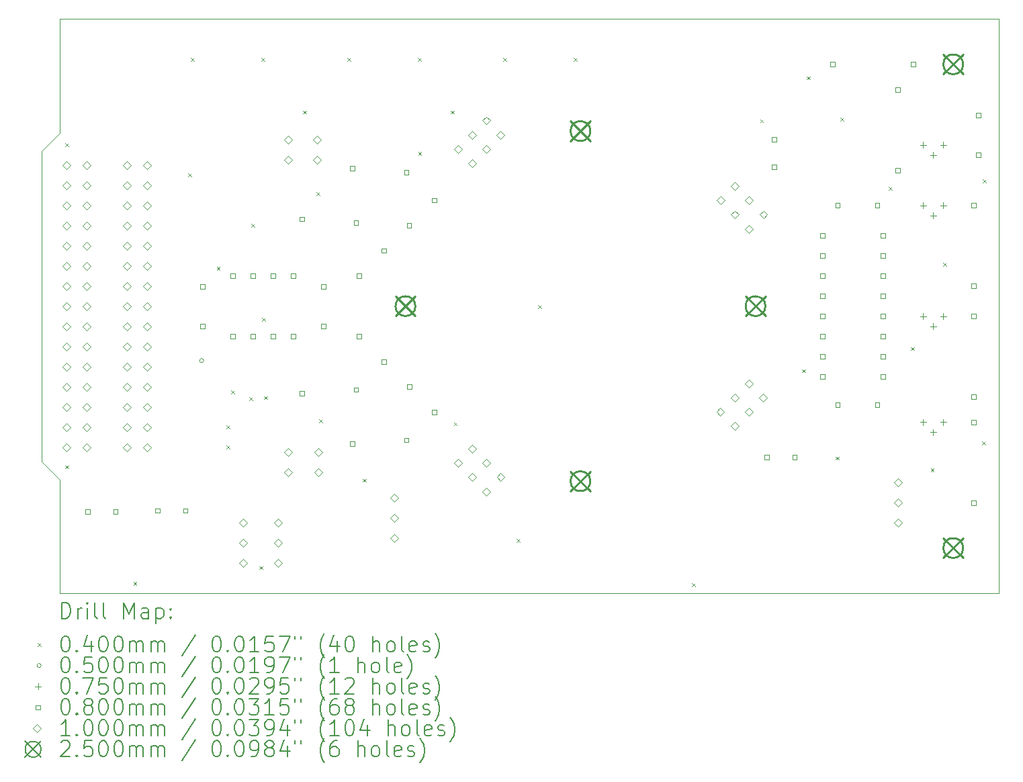
<source format=gbr>
%TF.GenerationSoftware,KiCad,Pcbnew,7.0.6*%
%TF.CreationDate,2024-05-07T04:30:43+03:00*%
%TF.ProjectId,board-main,626f6172-642d-46d6-9169-6e2e6b696361,rev?*%
%TF.SameCoordinates,Original*%
%TF.FileFunction,Drillmap*%
%TF.FilePolarity,Positive*%
%FSLAX45Y45*%
G04 Gerber Fmt 4.5, Leading zero omitted, Abs format (unit mm)*
G04 Created by KiCad (PCBNEW 7.0.6) date 2024-05-07 04:30:43*
%MOMM*%
%LPD*%
G01*
G04 APERTURE LIST*
%ADD10C,0.100000*%
%ADD11C,0.200000*%
%ADD12C,0.040000*%
%ADD13C,0.050000*%
%ADD14C,0.075000*%
%ADD15C,0.080000*%
%ADD16C,0.250000*%
G04 APERTURE END LIST*
D10*
X3111500Y-6299200D02*
X3111500Y-10210800D01*
X3340100Y-6070600D02*
X3111500Y-6299200D01*
X3340100Y-4635500D02*
X15176500Y-4635500D01*
X3340100Y-4635500D02*
X3340100Y-6070600D01*
X3340100Y-10439400D02*
X3340100Y-11874500D01*
X3111500Y-10210800D02*
X3340100Y-10439400D01*
X15176500Y-11874500D02*
X3340100Y-11874500D01*
X15176500Y-4635500D02*
X15176500Y-11874500D01*
D11*
D12*
X3410000Y-6200000D02*
X3450000Y-6240000D01*
X3450000Y-6200000D02*
X3410000Y-6240000D01*
X3410000Y-10260000D02*
X3450000Y-10300000D01*
X3450000Y-10260000D02*
X3410000Y-10300000D01*
X4270000Y-11730000D02*
X4310000Y-11770000D01*
X4310000Y-11730000D02*
X4270000Y-11770000D01*
X4960000Y-6580000D02*
X5000000Y-6620000D01*
X5000000Y-6580000D02*
X4960000Y-6620000D01*
X4996500Y-5123500D02*
X5036500Y-5163500D01*
X5036500Y-5123500D02*
X4996500Y-5163500D01*
X5320000Y-7760000D02*
X5360000Y-7800000D01*
X5360000Y-7760000D02*
X5320000Y-7800000D01*
X5441000Y-9759000D02*
X5481000Y-9799000D01*
X5481000Y-9759000D02*
X5441000Y-9799000D01*
X5441000Y-10013000D02*
X5481000Y-10053000D01*
X5481000Y-10013000D02*
X5441000Y-10053000D01*
X5504500Y-9314500D02*
X5544500Y-9354500D01*
X5544500Y-9314500D02*
X5504500Y-9354500D01*
X5730000Y-9400000D02*
X5770000Y-9440000D01*
X5770000Y-9400000D02*
X5730000Y-9440000D01*
X5758500Y-7219000D02*
X5798500Y-7259000D01*
X5798500Y-7219000D02*
X5758500Y-7259000D01*
X5860000Y-11530000D02*
X5900000Y-11570000D01*
X5900000Y-11530000D02*
X5860000Y-11570000D01*
X5885500Y-5123500D02*
X5925500Y-5163500D01*
X5925500Y-5123500D02*
X5885500Y-5163500D01*
X5890000Y-8400000D02*
X5930000Y-8440000D01*
X5930000Y-8400000D02*
X5890000Y-8440000D01*
X5915000Y-9390000D02*
X5955000Y-9430000D01*
X5955000Y-9390000D02*
X5915000Y-9430000D01*
X6410000Y-5790000D02*
X6450000Y-5830000D01*
X6450000Y-5790000D02*
X6410000Y-5830000D01*
X6580000Y-6820000D02*
X6620000Y-6860000D01*
X6620000Y-6820000D02*
X6580000Y-6860000D01*
X6610000Y-9680000D02*
X6650000Y-9720000D01*
X6650000Y-9680000D02*
X6610000Y-9720000D01*
X6965000Y-5123500D02*
X7005000Y-5163500D01*
X7005000Y-5123500D02*
X6965000Y-5163500D01*
X7160000Y-10430000D02*
X7200000Y-10470000D01*
X7200000Y-10430000D02*
X7160000Y-10470000D01*
X7854000Y-5123500D02*
X7894000Y-5163500D01*
X7894000Y-5123500D02*
X7854000Y-5163500D01*
X7860000Y-6310000D02*
X7900000Y-6350000D01*
X7900000Y-6310000D02*
X7860000Y-6350000D01*
X8270000Y-5790000D02*
X8310000Y-5830000D01*
X8310000Y-5790000D02*
X8270000Y-5830000D01*
X8310000Y-9720000D02*
X8350000Y-9760000D01*
X8350000Y-9720000D02*
X8310000Y-9760000D01*
X8933500Y-5123500D02*
X8973500Y-5163500D01*
X8973500Y-5123500D02*
X8933500Y-5163500D01*
X9100000Y-11190000D02*
X9140000Y-11230000D01*
X9140000Y-11190000D02*
X9100000Y-11230000D01*
X9370000Y-8240000D02*
X9410000Y-8280000D01*
X9410000Y-8240000D02*
X9370000Y-8280000D01*
X9822500Y-5123500D02*
X9862500Y-5163500D01*
X9862500Y-5123500D02*
X9822500Y-5163500D01*
X11310000Y-11750000D02*
X11350000Y-11790000D01*
X11350000Y-11750000D02*
X11310000Y-11790000D01*
X12170000Y-5900000D02*
X12210000Y-5940000D01*
X12210000Y-5900000D02*
X12170000Y-5940000D01*
X12700000Y-9050000D02*
X12740000Y-9090000D01*
X12740000Y-9050000D02*
X12700000Y-9090000D01*
X12760000Y-5360000D02*
X12800000Y-5400000D01*
X12800000Y-5360000D02*
X12760000Y-5400000D01*
X13120000Y-10150000D02*
X13160000Y-10190000D01*
X13160000Y-10150000D02*
X13120000Y-10190000D01*
X13180000Y-5880000D02*
X13220000Y-5920000D01*
X13220000Y-5880000D02*
X13180000Y-5920000D01*
X13790000Y-6750000D02*
X13830000Y-6790000D01*
X13830000Y-6750000D02*
X13790000Y-6790000D01*
X14070000Y-8770000D02*
X14110000Y-8810000D01*
X14110000Y-8770000D02*
X14070000Y-8810000D01*
X14320000Y-10300000D02*
X14360000Y-10340000D01*
X14360000Y-10300000D02*
X14320000Y-10340000D01*
X14480000Y-7710000D02*
X14520000Y-7750000D01*
X14520000Y-7710000D02*
X14480000Y-7750000D01*
X14970000Y-9960000D02*
X15010000Y-10000000D01*
X15010000Y-9960000D02*
X14970000Y-10000000D01*
X14980000Y-6660000D02*
X15020000Y-6700000D01*
X15020000Y-6660000D02*
X14980000Y-6700000D01*
D13*
X5155800Y-8940800D02*
G75*
G03*
X5155800Y-8940800I-25000J0D01*
G01*
D14*
X14224000Y-6185500D02*
X14224000Y-6260500D01*
X14186500Y-6223000D02*
X14261500Y-6223000D01*
X14224000Y-6947500D02*
X14224000Y-7022500D01*
X14186500Y-6985000D02*
X14261500Y-6985000D01*
X14224000Y-8344500D02*
X14224000Y-8419500D01*
X14186500Y-8382000D02*
X14261500Y-8382000D01*
X14224000Y-9678000D02*
X14224000Y-9753000D01*
X14186500Y-9715500D02*
X14261500Y-9715500D01*
X14351000Y-6312500D02*
X14351000Y-6387500D01*
X14313500Y-6350000D02*
X14388500Y-6350000D01*
X14351000Y-7074500D02*
X14351000Y-7149500D01*
X14313500Y-7112000D02*
X14388500Y-7112000D01*
X14351000Y-8471500D02*
X14351000Y-8546500D01*
X14313500Y-8509000D02*
X14388500Y-8509000D01*
X14351000Y-9805000D02*
X14351000Y-9880000D01*
X14313500Y-9842500D02*
X14388500Y-9842500D01*
X14478000Y-6185500D02*
X14478000Y-6260500D01*
X14440500Y-6223000D02*
X14515500Y-6223000D01*
X14478000Y-6947500D02*
X14478000Y-7022500D01*
X14440500Y-6985000D02*
X14515500Y-6985000D01*
X14478000Y-8344500D02*
X14478000Y-8419500D01*
X14440500Y-8382000D02*
X14515500Y-8382000D01*
X14478000Y-9678000D02*
X14478000Y-9753000D01*
X14440500Y-9715500D02*
X14515500Y-9715500D01*
D15*
X3723984Y-10874085D02*
X3723984Y-10817516D01*
X3667415Y-10817516D01*
X3667415Y-10874085D01*
X3723984Y-10874085D01*
X4073984Y-10874085D02*
X4073984Y-10817516D01*
X4017415Y-10817516D01*
X4017415Y-10874085D01*
X4073984Y-10874085D01*
X4604982Y-10860482D02*
X4604982Y-10803913D01*
X4548413Y-10803913D01*
X4548413Y-10860482D01*
X4604982Y-10860482D01*
X4954982Y-10860482D02*
X4954982Y-10803913D01*
X4898413Y-10803913D01*
X4898413Y-10860482D01*
X4954982Y-10860482D01*
X5171785Y-8033284D02*
X5171785Y-7976715D01*
X5115216Y-7976715D01*
X5115216Y-8033284D01*
X5171785Y-8033284D01*
X5171785Y-8533285D02*
X5171785Y-8476716D01*
X5115216Y-8476716D01*
X5115216Y-8533285D01*
X5171785Y-8533285D01*
X5551785Y-7903284D02*
X5551785Y-7846715D01*
X5495216Y-7846715D01*
X5495216Y-7903284D01*
X5551785Y-7903284D01*
X5551785Y-8665285D02*
X5551785Y-8608716D01*
X5495216Y-8608716D01*
X5495216Y-8665285D01*
X5551785Y-8665285D01*
X5805784Y-7903284D02*
X5805784Y-7846715D01*
X5749215Y-7846715D01*
X5749215Y-7903284D01*
X5805784Y-7903284D01*
X5805784Y-8665285D02*
X5805784Y-8608716D01*
X5749215Y-8608716D01*
X5749215Y-8665285D01*
X5805784Y-8665285D01*
X6059784Y-7903284D02*
X6059784Y-7846715D01*
X6003215Y-7846715D01*
X6003215Y-7903284D01*
X6059784Y-7903284D01*
X6059784Y-8665285D02*
X6059784Y-8608716D01*
X6003215Y-8608716D01*
X6003215Y-8665285D01*
X6059784Y-8665285D01*
X6313784Y-7903284D02*
X6313784Y-7846715D01*
X6257215Y-7846715D01*
X6257215Y-7903284D01*
X6313784Y-7903284D01*
X6313784Y-8665285D02*
X6313784Y-8608716D01*
X6257215Y-8608716D01*
X6257215Y-8665285D01*
X6313784Y-8665285D01*
X6421864Y-7183864D02*
X6421864Y-7127295D01*
X6365295Y-7127295D01*
X6365295Y-7183864D01*
X6421864Y-7183864D01*
X6421864Y-9382705D02*
X6421864Y-9326136D01*
X6365295Y-9326136D01*
X6365295Y-9382705D01*
X6421864Y-9382705D01*
X6695784Y-8033284D02*
X6695784Y-7976715D01*
X6639215Y-7976715D01*
X6639215Y-8033284D01*
X6695784Y-8033284D01*
X6695784Y-8533285D02*
X6695784Y-8476716D01*
X6639215Y-8476716D01*
X6639215Y-8533285D01*
X6695784Y-8533285D01*
X7056570Y-6547128D02*
X7056570Y-6490559D01*
X7000001Y-6490559D01*
X7000001Y-6547128D01*
X7056570Y-6547128D01*
X7056864Y-10017705D02*
X7056864Y-9961136D01*
X7000295Y-9961136D01*
X7000295Y-10017705D01*
X7056864Y-10017705D01*
X7104180Y-7230685D02*
X7104180Y-7174116D01*
X7047611Y-7174116D01*
X7047611Y-7230685D01*
X7104180Y-7230685D01*
X7104231Y-9335338D02*
X7104231Y-9278769D01*
X7047662Y-9278769D01*
X7047662Y-9335338D01*
X7104231Y-9335338D01*
X7140284Y-7902284D02*
X7140284Y-7845715D01*
X7083715Y-7845715D01*
X7083715Y-7902284D01*
X7140284Y-7902284D01*
X7140284Y-8664285D02*
X7140284Y-8607716D01*
X7083715Y-8607716D01*
X7083715Y-8664285D01*
X7140284Y-8664285D01*
X7457734Y-7584238D02*
X7457734Y-7527669D01*
X7401165Y-7527669D01*
X7401165Y-7584238D01*
X7457734Y-7584238D01*
X7457784Y-8981785D02*
X7457784Y-8925216D01*
X7401215Y-8925216D01*
X7401215Y-8981785D01*
X7457784Y-8981785D01*
X7739231Y-9970338D02*
X7739231Y-9913769D01*
X7682662Y-9913769D01*
X7682662Y-9970338D01*
X7739231Y-9970338D01*
X7739871Y-6594871D02*
X7739871Y-6538302D01*
X7683302Y-6538302D01*
X7683302Y-6594871D01*
X7739871Y-6594871D01*
X7774990Y-7265548D02*
X7774990Y-7208979D01*
X7718421Y-7208979D01*
X7718421Y-7265548D01*
X7774990Y-7265548D01*
X7775284Y-9299285D02*
X7775284Y-9242716D01*
X7718715Y-9242716D01*
X7718715Y-9299285D01*
X7775284Y-9299285D01*
X8092784Y-9616785D02*
X8092784Y-9560216D01*
X8036215Y-9560216D01*
X8036215Y-9616785D01*
X8092784Y-9616785D01*
X8093425Y-6948425D02*
X8093425Y-6891856D01*
X8036856Y-6891856D01*
X8036856Y-6948425D01*
X8093425Y-6948425D01*
X12283784Y-10188285D02*
X12283784Y-10131716D01*
X12227215Y-10131716D01*
X12227215Y-10188285D01*
X12283784Y-10188285D01*
X12372684Y-6180684D02*
X12372684Y-6124115D01*
X12316115Y-6124115D01*
X12316115Y-6180684D01*
X12372684Y-6180684D01*
X12372684Y-6530684D02*
X12372684Y-6474115D01*
X12316115Y-6474115D01*
X12316115Y-6530684D01*
X12372684Y-6530684D01*
X12633784Y-10188285D02*
X12633784Y-10131716D01*
X12577215Y-10131716D01*
X12577215Y-10188285D01*
X12633784Y-10188285D01*
X12986791Y-7394284D02*
X12986791Y-7337715D01*
X12930222Y-7337715D01*
X12930222Y-7394284D01*
X12986791Y-7394284D01*
X12986791Y-7648284D02*
X12986791Y-7591715D01*
X12930222Y-7591715D01*
X12930222Y-7648284D01*
X12986791Y-7648284D01*
X12986791Y-7902284D02*
X12986791Y-7845715D01*
X12930222Y-7845715D01*
X12930222Y-7902284D01*
X12986791Y-7902284D01*
X12986791Y-8156284D02*
X12986791Y-8099715D01*
X12930222Y-8099715D01*
X12930222Y-8156284D01*
X12986791Y-8156284D01*
X12986791Y-8410285D02*
X12986791Y-8353715D01*
X12930222Y-8353715D01*
X12930222Y-8410285D01*
X12986791Y-8410285D01*
X12986791Y-8664285D02*
X12986791Y-8607716D01*
X12930222Y-8607716D01*
X12930222Y-8664285D01*
X12986791Y-8664285D01*
X12986791Y-8918285D02*
X12986791Y-8861716D01*
X12930222Y-8861716D01*
X12930222Y-8918285D01*
X12986791Y-8918285D01*
X12986791Y-9172285D02*
X12986791Y-9115716D01*
X12930222Y-9115716D01*
X12930222Y-9172285D01*
X12986791Y-9172285D01*
X13109284Y-5235285D02*
X13109284Y-5178716D01*
X13052715Y-5178716D01*
X13052715Y-5235285D01*
X13109284Y-5235285D01*
X13175452Y-7013284D02*
X13175452Y-6956715D01*
X13118883Y-6956715D01*
X13118883Y-7013284D01*
X13175452Y-7013284D01*
X13175452Y-9527885D02*
X13175452Y-9471316D01*
X13118883Y-9471316D01*
X13118883Y-9527885D01*
X13175452Y-9527885D01*
X13675452Y-7013284D02*
X13675452Y-6956715D01*
X13618883Y-6956715D01*
X13618883Y-7013284D01*
X13675452Y-7013284D01*
X13675452Y-9527885D02*
X13675452Y-9471316D01*
X13618883Y-9471316D01*
X13618883Y-9527885D01*
X13675452Y-9527885D01*
X13748791Y-7394284D02*
X13748791Y-7337715D01*
X13692222Y-7337715D01*
X13692222Y-7394284D01*
X13748791Y-7394284D01*
X13748791Y-7648284D02*
X13748791Y-7591715D01*
X13692222Y-7591715D01*
X13692222Y-7648284D01*
X13748791Y-7648284D01*
X13748791Y-7902284D02*
X13748791Y-7845715D01*
X13692222Y-7845715D01*
X13692222Y-7902284D01*
X13748791Y-7902284D01*
X13748791Y-8156284D02*
X13748791Y-8099715D01*
X13692222Y-8099715D01*
X13692222Y-8156284D01*
X13748791Y-8156284D01*
X13748791Y-8410285D02*
X13748791Y-8353715D01*
X13692222Y-8353715D01*
X13692222Y-8410285D01*
X13748791Y-8410285D01*
X13748791Y-8664285D02*
X13748791Y-8607716D01*
X13692222Y-8607716D01*
X13692222Y-8664285D01*
X13748791Y-8664285D01*
X13748791Y-8918285D02*
X13748791Y-8861716D01*
X13692222Y-8861716D01*
X13692222Y-8918285D01*
X13748791Y-8918285D01*
X13748791Y-9172285D02*
X13748791Y-9115716D01*
X13692222Y-9115716D01*
X13692222Y-9172285D01*
X13748791Y-9172285D01*
X13934784Y-5552785D02*
X13934784Y-5496216D01*
X13878215Y-5496216D01*
X13878215Y-5552785D01*
X13934784Y-5552785D01*
X13934784Y-6568785D02*
X13934784Y-6512216D01*
X13878215Y-6512216D01*
X13878215Y-6568785D01*
X13934784Y-6568785D01*
X14125284Y-5235285D02*
X14125284Y-5178716D01*
X14068715Y-5178716D01*
X14068715Y-5235285D01*
X14125284Y-5235285D01*
X14887284Y-7013285D02*
X14887284Y-6956716D01*
X14830715Y-6956716D01*
X14830715Y-7013285D01*
X14887284Y-7013285D01*
X14887284Y-8029285D02*
X14887284Y-7972716D01*
X14830715Y-7972716D01*
X14830715Y-8029285D01*
X14887284Y-8029285D01*
X14887284Y-8410285D02*
X14887284Y-8353715D01*
X14830715Y-8353715D01*
X14830715Y-8410285D01*
X14887284Y-8410285D01*
X14887284Y-9426285D02*
X14887284Y-9369716D01*
X14830715Y-9369716D01*
X14830715Y-9426285D01*
X14887284Y-9426285D01*
X14887284Y-9743785D02*
X14887284Y-9687216D01*
X14830715Y-9687216D01*
X14830715Y-9743785D01*
X14887284Y-9743785D01*
X14887284Y-10759785D02*
X14887284Y-10703216D01*
X14830715Y-10703216D01*
X14830715Y-10759785D01*
X14887284Y-10759785D01*
X14950784Y-5878284D02*
X14950784Y-5821715D01*
X14894215Y-5821715D01*
X14894215Y-5878284D01*
X14950784Y-5878284D01*
X14950784Y-6378284D02*
X14950784Y-6321715D01*
X14894215Y-6321715D01*
X14894215Y-6378284D01*
X14950784Y-6378284D01*
D10*
X3428500Y-6527500D02*
X3478500Y-6477500D01*
X3428500Y-6427500D01*
X3378500Y-6477500D01*
X3428500Y-6527500D01*
X3428500Y-6781500D02*
X3478500Y-6731500D01*
X3428500Y-6681500D01*
X3378500Y-6731500D01*
X3428500Y-6781500D01*
X3428500Y-7035500D02*
X3478500Y-6985500D01*
X3428500Y-6935500D01*
X3378500Y-6985500D01*
X3428500Y-7035500D01*
X3428500Y-7289500D02*
X3478500Y-7239500D01*
X3428500Y-7189500D01*
X3378500Y-7239500D01*
X3428500Y-7289500D01*
X3428500Y-7543500D02*
X3478500Y-7493500D01*
X3428500Y-7443500D01*
X3378500Y-7493500D01*
X3428500Y-7543500D01*
X3428500Y-7797500D02*
X3478500Y-7747500D01*
X3428500Y-7697500D01*
X3378500Y-7747500D01*
X3428500Y-7797500D01*
X3428500Y-8051500D02*
X3478500Y-8001500D01*
X3428500Y-7951500D01*
X3378500Y-8001500D01*
X3428500Y-8051500D01*
X3428500Y-8305500D02*
X3478500Y-8255500D01*
X3428500Y-8205500D01*
X3378500Y-8255500D01*
X3428500Y-8305500D01*
X3428500Y-8559500D02*
X3478500Y-8509500D01*
X3428500Y-8459500D01*
X3378500Y-8509500D01*
X3428500Y-8559500D01*
X3428500Y-8813500D02*
X3478500Y-8763500D01*
X3428500Y-8713500D01*
X3378500Y-8763500D01*
X3428500Y-8813500D01*
X3428500Y-9067500D02*
X3478500Y-9017500D01*
X3428500Y-8967500D01*
X3378500Y-9017500D01*
X3428500Y-9067500D01*
X3428500Y-9321500D02*
X3478500Y-9271500D01*
X3428500Y-9221500D01*
X3378500Y-9271500D01*
X3428500Y-9321500D01*
X3428500Y-9575500D02*
X3478500Y-9525500D01*
X3428500Y-9475500D01*
X3378500Y-9525500D01*
X3428500Y-9575500D01*
X3428500Y-9829500D02*
X3478500Y-9779500D01*
X3428500Y-9729500D01*
X3378500Y-9779500D01*
X3428500Y-9829500D01*
X3428500Y-10083500D02*
X3478500Y-10033500D01*
X3428500Y-9983500D01*
X3378500Y-10033500D01*
X3428500Y-10083500D01*
X3682500Y-6527500D02*
X3732500Y-6477500D01*
X3682500Y-6427500D01*
X3632500Y-6477500D01*
X3682500Y-6527500D01*
X3682500Y-6781500D02*
X3732500Y-6731500D01*
X3682500Y-6681500D01*
X3632500Y-6731500D01*
X3682500Y-6781500D01*
X3682500Y-7035500D02*
X3732500Y-6985500D01*
X3682500Y-6935500D01*
X3632500Y-6985500D01*
X3682500Y-7035500D01*
X3682500Y-7289500D02*
X3732500Y-7239500D01*
X3682500Y-7189500D01*
X3632500Y-7239500D01*
X3682500Y-7289500D01*
X3682500Y-7543500D02*
X3732500Y-7493500D01*
X3682500Y-7443500D01*
X3632500Y-7493500D01*
X3682500Y-7543500D01*
X3682500Y-7797500D02*
X3732500Y-7747500D01*
X3682500Y-7697500D01*
X3632500Y-7747500D01*
X3682500Y-7797500D01*
X3682500Y-8051500D02*
X3732500Y-8001500D01*
X3682500Y-7951500D01*
X3632500Y-8001500D01*
X3682500Y-8051500D01*
X3682500Y-8305500D02*
X3732500Y-8255500D01*
X3682500Y-8205500D01*
X3632500Y-8255500D01*
X3682500Y-8305500D01*
X3682500Y-8559500D02*
X3732500Y-8509500D01*
X3682500Y-8459500D01*
X3632500Y-8509500D01*
X3682500Y-8559500D01*
X3682500Y-8813500D02*
X3732500Y-8763500D01*
X3682500Y-8713500D01*
X3632500Y-8763500D01*
X3682500Y-8813500D01*
X3682500Y-9067500D02*
X3732500Y-9017500D01*
X3682500Y-8967500D01*
X3632500Y-9017500D01*
X3682500Y-9067500D01*
X3682500Y-9321500D02*
X3732500Y-9271500D01*
X3682500Y-9221500D01*
X3632500Y-9271500D01*
X3682500Y-9321500D01*
X3682500Y-9575500D02*
X3732500Y-9525500D01*
X3682500Y-9475500D01*
X3632500Y-9525500D01*
X3682500Y-9575500D01*
X3682500Y-9829500D02*
X3732500Y-9779500D01*
X3682500Y-9729500D01*
X3632500Y-9779500D01*
X3682500Y-9829500D01*
X3682500Y-10083500D02*
X3732500Y-10033500D01*
X3682500Y-9983500D01*
X3632500Y-10033500D01*
X3682500Y-10083500D01*
X4190500Y-6527500D02*
X4240500Y-6477500D01*
X4190500Y-6427500D01*
X4140500Y-6477500D01*
X4190500Y-6527500D01*
X4190500Y-6781500D02*
X4240500Y-6731500D01*
X4190500Y-6681500D01*
X4140500Y-6731500D01*
X4190500Y-6781500D01*
X4190500Y-7035500D02*
X4240500Y-6985500D01*
X4190500Y-6935500D01*
X4140500Y-6985500D01*
X4190500Y-7035500D01*
X4190500Y-7289500D02*
X4240500Y-7239500D01*
X4190500Y-7189500D01*
X4140500Y-7239500D01*
X4190500Y-7289500D01*
X4190500Y-7543500D02*
X4240500Y-7493500D01*
X4190500Y-7443500D01*
X4140500Y-7493500D01*
X4190500Y-7543500D01*
X4190500Y-7797500D02*
X4240500Y-7747500D01*
X4190500Y-7697500D01*
X4140500Y-7747500D01*
X4190500Y-7797500D01*
X4190500Y-8051500D02*
X4240500Y-8001500D01*
X4190500Y-7951500D01*
X4140500Y-8001500D01*
X4190500Y-8051500D01*
X4190500Y-8305500D02*
X4240500Y-8255500D01*
X4190500Y-8205500D01*
X4140500Y-8255500D01*
X4190500Y-8305500D01*
X4190500Y-8559500D02*
X4240500Y-8509500D01*
X4190500Y-8459500D01*
X4140500Y-8509500D01*
X4190500Y-8559500D01*
X4190500Y-8813500D02*
X4240500Y-8763500D01*
X4190500Y-8713500D01*
X4140500Y-8763500D01*
X4190500Y-8813500D01*
X4190500Y-9067500D02*
X4240500Y-9017500D01*
X4190500Y-8967500D01*
X4140500Y-9017500D01*
X4190500Y-9067500D01*
X4190500Y-9321500D02*
X4240500Y-9271500D01*
X4190500Y-9221500D01*
X4140500Y-9271500D01*
X4190500Y-9321500D01*
X4190500Y-9575500D02*
X4240500Y-9525500D01*
X4190500Y-9475500D01*
X4140500Y-9525500D01*
X4190500Y-9575500D01*
X4190500Y-9829500D02*
X4240500Y-9779500D01*
X4190500Y-9729500D01*
X4140500Y-9779500D01*
X4190500Y-9829500D01*
X4190500Y-10083500D02*
X4240500Y-10033500D01*
X4190500Y-9983500D01*
X4140500Y-10033500D01*
X4190500Y-10083500D01*
X4444500Y-6527500D02*
X4494500Y-6477500D01*
X4444500Y-6427500D01*
X4394500Y-6477500D01*
X4444500Y-6527500D01*
X4444500Y-6781500D02*
X4494500Y-6731500D01*
X4444500Y-6681500D01*
X4394500Y-6731500D01*
X4444500Y-6781500D01*
X4444500Y-7035500D02*
X4494500Y-6985500D01*
X4444500Y-6935500D01*
X4394500Y-6985500D01*
X4444500Y-7035500D01*
X4444500Y-7289500D02*
X4494500Y-7239500D01*
X4444500Y-7189500D01*
X4394500Y-7239500D01*
X4444500Y-7289500D01*
X4444500Y-7543500D02*
X4494500Y-7493500D01*
X4444500Y-7443500D01*
X4394500Y-7493500D01*
X4444500Y-7543500D01*
X4444500Y-7797500D02*
X4494500Y-7747500D01*
X4444500Y-7697500D01*
X4394500Y-7747500D01*
X4444500Y-7797500D01*
X4444500Y-8051500D02*
X4494500Y-8001500D01*
X4444500Y-7951500D01*
X4394500Y-8001500D01*
X4444500Y-8051500D01*
X4444500Y-8305500D02*
X4494500Y-8255500D01*
X4444500Y-8205500D01*
X4394500Y-8255500D01*
X4444500Y-8305500D01*
X4444500Y-8559500D02*
X4494500Y-8509500D01*
X4444500Y-8459500D01*
X4394500Y-8509500D01*
X4444500Y-8559500D01*
X4444500Y-8813500D02*
X4494500Y-8763500D01*
X4444500Y-8713500D01*
X4394500Y-8763500D01*
X4444500Y-8813500D01*
X4444500Y-9067500D02*
X4494500Y-9017500D01*
X4444500Y-8967500D01*
X4394500Y-9017500D01*
X4444500Y-9067500D01*
X4444500Y-9321500D02*
X4494500Y-9271500D01*
X4444500Y-9221500D01*
X4394500Y-9271500D01*
X4444500Y-9321500D01*
X4444500Y-9575500D02*
X4494500Y-9525500D01*
X4444500Y-9475500D01*
X4394500Y-9525500D01*
X4444500Y-9575500D01*
X4444500Y-9829500D02*
X4494500Y-9779500D01*
X4444500Y-9729500D01*
X4394500Y-9779500D01*
X4444500Y-9829500D01*
X4444500Y-10083500D02*
X4494500Y-10033500D01*
X4444500Y-9983500D01*
X4394500Y-10033500D01*
X4444500Y-10083500D01*
X5651500Y-11035500D02*
X5701500Y-10985500D01*
X5651500Y-10935500D01*
X5601500Y-10985500D01*
X5651500Y-11035500D01*
X5651500Y-11289500D02*
X5701500Y-11239500D01*
X5651500Y-11189500D01*
X5601500Y-11239500D01*
X5651500Y-11289500D01*
X5651500Y-11543500D02*
X5701500Y-11493500D01*
X5651500Y-11443500D01*
X5601500Y-11493500D01*
X5651500Y-11543500D01*
X6096000Y-11035500D02*
X6146000Y-10985500D01*
X6096000Y-10935500D01*
X6046000Y-10985500D01*
X6096000Y-11035500D01*
X6096000Y-11289500D02*
X6146000Y-11239500D01*
X6096000Y-11189500D01*
X6046000Y-11239500D01*
X6096000Y-11289500D01*
X6096000Y-11543500D02*
X6146000Y-11493500D01*
X6096000Y-11443500D01*
X6046000Y-11493500D01*
X6096000Y-11543500D01*
X6223000Y-6209500D02*
X6273000Y-6159500D01*
X6223000Y-6109500D01*
X6173000Y-6159500D01*
X6223000Y-6209500D01*
X6223000Y-6463500D02*
X6273000Y-6413500D01*
X6223000Y-6363500D01*
X6173000Y-6413500D01*
X6223000Y-6463500D01*
X6223000Y-10146500D02*
X6273000Y-10096500D01*
X6223000Y-10046500D01*
X6173000Y-10096500D01*
X6223000Y-10146500D01*
X6223000Y-10400500D02*
X6273000Y-10350500D01*
X6223000Y-10300500D01*
X6173000Y-10350500D01*
X6223000Y-10400500D01*
X6584079Y-6209500D02*
X6634079Y-6159500D01*
X6584079Y-6109500D01*
X6534079Y-6159500D01*
X6584079Y-6209500D01*
X6584079Y-6463500D02*
X6634079Y-6413500D01*
X6584079Y-6363500D01*
X6534079Y-6413500D01*
X6584079Y-6463500D01*
X6604000Y-10146500D02*
X6654000Y-10096500D01*
X6604000Y-10046500D01*
X6554000Y-10096500D01*
X6604000Y-10146500D01*
X6604000Y-10400500D02*
X6654000Y-10350500D01*
X6604000Y-10300500D01*
X6554000Y-10350500D01*
X6604000Y-10400500D01*
X7556500Y-10718000D02*
X7606500Y-10668000D01*
X7556500Y-10618000D01*
X7506500Y-10668000D01*
X7556500Y-10718000D01*
X7556500Y-10972000D02*
X7606500Y-10922000D01*
X7556500Y-10872000D01*
X7506500Y-10922000D01*
X7556500Y-10972000D01*
X7556500Y-11226000D02*
X7606500Y-11176000D01*
X7556500Y-11126000D01*
X7506500Y-11176000D01*
X7556500Y-11226000D01*
X8360214Y-6325676D02*
X8410214Y-6275676D01*
X8360214Y-6225676D01*
X8310214Y-6275676D01*
X8360214Y-6325676D01*
X8362289Y-10281798D02*
X8412290Y-10231798D01*
X8362289Y-10181798D01*
X8312289Y-10231798D01*
X8362289Y-10281798D01*
X8539819Y-6146071D02*
X8589819Y-6096071D01*
X8539819Y-6046071D01*
X8489819Y-6096071D01*
X8539819Y-6146071D01*
X8539819Y-6505281D02*
X8589819Y-6455281D01*
X8539819Y-6405281D01*
X8489819Y-6455281D01*
X8539819Y-6505281D01*
X8541895Y-10102193D02*
X8591895Y-10052193D01*
X8541895Y-10002193D01*
X8491895Y-10052193D01*
X8541895Y-10102193D01*
X8541895Y-10461403D02*
X8591895Y-10411403D01*
X8541895Y-10361403D01*
X8491895Y-10411403D01*
X8541895Y-10461403D01*
X8719424Y-5966466D02*
X8769424Y-5916466D01*
X8719424Y-5866466D01*
X8669424Y-5916466D01*
X8719424Y-5966466D01*
X8719424Y-6325676D02*
X8769424Y-6275676D01*
X8719424Y-6225676D01*
X8669424Y-6275676D01*
X8719424Y-6325676D01*
X8721500Y-10281798D02*
X8771500Y-10231798D01*
X8721500Y-10181798D01*
X8671500Y-10231798D01*
X8721500Y-10281798D01*
X8721500Y-10641008D02*
X8771500Y-10591008D01*
X8721500Y-10541008D01*
X8671500Y-10591008D01*
X8721500Y-10641008D01*
X8899029Y-6146071D02*
X8949029Y-6096071D01*
X8899029Y-6046071D01*
X8849029Y-6096071D01*
X8899029Y-6146071D01*
X8901105Y-10461403D02*
X8951105Y-10411403D01*
X8901105Y-10361403D01*
X8851105Y-10411403D01*
X8901105Y-10461403D01*
X11669397Y-9638156D02*
X11719397Y-9588156D01*
X11669397Y-9538156D01*
X11619397Y-9588156D01*
X11669397Y-9638156D01*
X11673038Y-6971500D02*
X11723038Y-6921500D01*
X11673038Y-6871500D01*
X11623038Y-6921500D01*
X11673038Y-6971500D01*
X11849002Y-9458551D02*
X11899002Y-9408551D01*
X11849002Y-9358551D01*
X11799002Y-9408551D01*
X11849002Y-9458551D01*
X11849002Y-9817762D02*
X11899002Y-9767762D01*
X11849002Y-9717762D01*
X11799002Y-9767762D01*
X11849002Y-9817762D01*
X11852643Y-6791895D02*
X11902643Y-6741895D01*
X11852643Y-6691895D01*
X11802643Y-6741895D01*
X11852643Y-6791895D01*
X11852643Y-7151105D02*
X11902643Y-7101105D01*
X11852643Y-7051105D01*
X11802643Y-7101105D01*
X11852643Y-7151105D01*
X12028607Y-9278946D02*
X12078607Y-9228946D01*
X12028607Y-9178946D01*
X11978607Y-9228946D01*
X12028607Y-9278946D01*
X12028607Y-9638156D02*
X12078607Y-9588156D01*
X12028607Y-9538156D01*
X11978607Y-9588156D01*
X12028607Y-9638156D01*
X12032248Y-6971500D02*
X12082248Y-6921500D01*
X12032248Y-6871500D01*
X11982248Y-6921500D01*
X12032248Y-6971500D01*
X12032248Y-7330710D02*
X12082248Y-7280710D01*
X12032248Y-7230710D01*
X11982248Y-7280710D01*
X12032248Y-7330710D01*
X12208212Y-9458551D02*
X12258212Y-9408551D01*
X12208212Y-9358551D01*
X12158212Y-9408551D01*
X12208212Y-9458551D01*
X12211853Y-7151105D02*
X12261853Y-7101105D01*
X12211853Y-7051105D01*
X12161853Y-7101105D01*
X12211853Y-7151105D01*
X13906500Y-10527500D02*
X13956500Y-10477500D01*
X13906500Y-10427500D01*
X13856500Y-10477500D01*
X13906500Y-10527500D01*
X13906500Y-10781500D02*
X13956500Y-10731500D01*
X13906500Y-10681500D01*
X13856500Y-10731500D01*
X13906500Y-10781500D01*
X13906500Y-11035500D02*
X13956500Y-10985500D01*
X13906500Y-10935500D01*
X13856500Y-10985500D01*
X13906500Y-11035500D01*
D16*
X7574827Y-8130000D02*
X7824827Y-8380000D01*
X7824827Y-8130000D02*
X7574827Y-8380000D01*
X7824827Y-8255000D02*
G75*
G03*
X7824827Y-8255000I-125000J0D01*
G01*
X9781000Y-5923827D02*
X10031000Y-6173827D01*
X10031000Y-5923827D02*
X9781000Y-6173827D01*
X10031000Y-6048827D02*
G75*
G03*
X10031000Y-6048827I-125000J0D01*
G01*
X9781000Y-10336173D02*
X10031000Y-10586173D01*
X10031000Y-10336173D02*
X9781000Y-10586173D01*
X10031000Y-10461173D02*
G75*
G03*
X10031000Y-10461173I-125000J0D01*
G01*
X11987173Y-8130000D02*
X12237173Y-8380000D01*
X12237173Y-8130000D02*
X11987173Y-8380000D01*
X12237173Y-8255000D02*
G75*
G03*
X12237173Y-8255000I-125000J0D01*
G01*
X14480000Y-5082000D02*
X14730000Y-5332000D01*
X14730000Y-5082000D02*
X14480000Y-5332000D01*
X14730000Y-5207000D02*
G75*
G03*
X14730000Y-5207000I-125000J0D01*
G01*
X14480000Y-11178000D02*
X14730000Y-11428000D01*
X14730000Y-11178000D02*
X14480000Y-11428000D01*
X14730000Y-11303000D02*
G75*
G03*
X14730000Y-11303000I-125000J0D01*
G01*
D11*
X3367277Y-12190984D02*
X3367277Y-11990984D01*
X3367277Y-11990984D02*
X3414896Y-11990984D01*
X3414896Y-11990984D02*
X3443467Y-12000508D01*
X3443467Y-12000508D02*
X3462515Y-12019555D01*
X3462515Y-12019555D02*
X3472039Y-12038603D01*
X3472039Y-12038603D02*
X3481562Y-12076698D01*
X3481562Y-12076698D02*
X3481562Y-12105269D01*
X3481562Y-12105269D02*
X3472039Y-12143365D01*
X3472039Y-12143365D02*
X3462515Y-12162412D01*
X3462515Y-12162412D02*
X3443467Y-12181460D01*
X3443467Y-12181460D02*
X3414896Y-12190984D01*
X3414896Y-12190984D02*
X3367277Y-12190984D01*
X3567277Y-12190984D02*
X3567277Y-12057650D01*
X3567277Y-12095746D02*
X3576801Y-12076698D01*
X3576801Y-12076698D02*
X3586324Y-12067174D01*
X3586324Y-12067174D02*
X3605372Y-12057650D01*
X3605372Y-12057650D02*
X3624420Y-12057650D01*
X3691086Y-12190984D02*
X3691086Y-12057650D01*
X3691086Y-11990984D02*
X3681562Y-12000508D01*
X3681562Y-12000508D02*
X3691086Y-12010031D01*
X3691086Y-12010031D02*
X3700610Y-12000508D01*
X3700610Y-12000508D02*
X3691086Y-11990984D01*
X3691086Y-11990984D02*
X3691086Y-12010031D01*
X3814896Y-12190984D02*
X3795848Y-12181460D01*
X3795848Y-12181460D02*
X3786324Y-12162412D01*
X3786324Y-12162412D02*
X3786324Y-11990984D01*
X3919658Y-12190984D02*
X3900610Y-12181460D01*
X3900610Y-12181460D02*
X3891086Y-12162412D01*
X3891086Y-12162412D02*
X3891086Y-11990984D01*
X4148229Y-12190984D02*
X4148229Y-11990984D01*
X4148229Y-11990984D02*
X4214896Y-12133841D01*
X4214896Y-12133841D02*
X4281563Y-11990984D01*
X4281563Y-11990984D02*
X4281563Y-12190984D01*
X4462515Y-12190984D02*
X4462515Y-12086222D01*
X4462515Y-12086222D02*
X4452991Y-12067174D01*
X4452991Y-12067174D02*
X4433944Y-12057650D01*
X4433944Y-12057650D02*
X4395848Y-12057650D01*
X4395848Y-12057650D02*
X4376801Y-12067174D01*
X4462515Y-12181460D02*
X4443467Y-12190984D01*
X4443467Y-12190984D02*
X4395848Y-12190984D01*
X4395848Y-12190984D02*
X4376801Y-12181460D01*
X4376801Y-12181460D02*
X4367277Y-12162412D01*
X4367277Y-12162412D02*
X4367277Y-12143365D01*
X4367277Y-12143365D02*
X4376801Y-12124317D01*
X4376801Y-12124317D02*
X4395848Y-12114793D01*
X4395848Y-12114793D02*
X4443467Y-12114793D01*
X4443467Y-12114793D02*
X4462515Y-12105269D01*
X4557753Y-12057650D02*
X4557753Y-12257650D01*
X4557753Y-12067174D02*
X4576801Y-12057650D01*
X4576801Y-12057650D02*
X4614896Y-12057650D01*
X4614896Y-12057650D02*
X4633944Y-12067174D01*
X4633944Y-12067174D02*
X4643467Y-12076698D01*
X4643467Y-12076698D02*
X4652991Y-12095746D01*
X4652991Y-12095746D02*
X4652991Y-12152888D01*
X4652991Y-12152888D02*
X4643467Y-12171936D01*
X4643467Y-12171936D02*
X4633944Y-12181460D01*
X4633944Y-12181460D02*
X4614896Y-12190984D01*
X4614896Y-12190984D02*
X4576801Y-12190984D01*
X4576801Y-12190984D02*
X4557753Y-12181460D01*
X4738705Y-12171936D02*
X4748229Y-12181460D01*
X4748229Y-12181460D02*
X4738705Y-12190984D01*
X4738705Y-12190984D02*
X4729182Y-12181460D01*
X4729182Y-12181460D02*
X4738705Y-12171936D01*
X4738705Y-12171936D02*
X4738705Y-12190984D01*
X4738705Y-12067174D02*
X4748229Y-12076698D01*
X4748229Y-12076698D02*
X4738705Y-12086222D01*
X4738705Y-12086222D02*
X4729182Y-12076698D01*
X4729182Y-12076698D02*
X4738705Y-12067174D01*
X4738705Y-12067174D02*
X4738705Y-12086222D01*
D12*
X3066500Y-12499500D02*
X3106500Y-12539500D01*
X3106500Y-12499500D02*
X3066500Y-12539500D01*
D11*
X3405372Y-12410984D02*
X3424420Y-12410984D01*
X3424420Y-12410984D02*
X3443467Y-12420508D01*
X3443467Y-12420508D02*
X3452991Y-12430031D01*
X3452991Y-12430031D02*
X3462515Y-12449079D01*
X3462515Y-12449079D02*
X3472039Y-12487174D01*
X3472039Y-12487174D02*
X3472039Y-12534793D01*
X3472039Y-12534793D02*
X3462515Y-12572888D01*
X3462515Y-12572888D02*
X3452991Y-12591936D01*
X3452991Y-12591936D02*
X3443467Y-12601460D01*
X3443467Y-12601460D02*
X3424420Y-12610984D01*
X3424420Y-12610984D02*
X3405372Y-12610984D01*
X3405372Y-12610984D02*
X3386324Y-12601460D01*
X3386324Y-12601460D02*
X3376801Y-12591936D01*
X3376801Y-12591936D02*
X3367277Y-12572888D01*
X3367277Y-12572888D02*
X3357753Y-12534793D01*
X3357753Y-12534793D02*
X3357753Y-12487174D01*
X3357753Y-12487174D02*
X3367277Y-12449079D01*
X3367277Y-12449079D02*
X3376801Y-12430031D01*
X3376801Y-12430031D02*
X3386324Y-12420508D01*
X3386324Y-12420508D02*
X3405372Y-12410984D01*
X3557753Y-12591936D02*
X3567277Y-12601460D01*
X3567277Y-12601460D02*
X3557753Y-12610984D01*
X3557753Y-12610984D02*
X3548229Y-12601460D01*
X3548229Y-12601460D02*
X3557753Y-12591936D01*
X3557753Y-12591936D02*
X3557753Y-12610984D01*
X3738705Y-12477650D02*
X3738705Y-12610984D01*
X3691086Y-12401460D02*
X3643467Y-12544317D01*
X3643467Y-12544317D02*
X3767277Y-12544317D01*
X3881562Y-12410984D02*
X3900610Y-12410984D01*
X3900610Y-12410984D02*
X3919658Y-12420508D01*
X3919658Y-12420508D02*
X3929182Y-12430031D01*
X3929182Y-12430031D02*
X3938705Y-12449079D01*
X3938705Y-12449079D02*
X3948229Y-12487174D01*
X3948229Y-12487174D02*
X3948229Y-12534793D01*
X3948229Y-12534793D02*
X3938705Y-12572888D01*
X3938705Y-12572888D02*
X3929182Y-12591936D01*
X3929182Y-12591936D02*
X3919658Y-12601460D01*
X3919658Y-12601460D02*
X3900610Y-12610984D01*
X3900610Y-12610984D02*
X3881562Y-12610984D01*
X3881562Y-12610984D02*
X3862515Y-12601460D01*
X3862515Y-12601460D02*
X3852991Y-12591936D01*
X3852991Y-12591936D02*
X3843467Y-12572888D01*
X3843467Y-12572888D02*
X3833943Y-12534793D01*
X3833943Y-12534793D02*
X3833943Y-12487174D01*
X3833943Y-12487174D02*
X3843467Y-12449079D01*
X3843467Y-12449079D02*
X3852991Y-12430031D01*
X3852991Y-12430031D02*
X3862515Y-12420508D01*
X3862515Y-12420508D02*
X3881562Y-12410984D01*
X4072039Y-12410984D02*
X4091086Y-12410984D01*
X4091086Y-12410984D02*
X4110134Y-12420508D01*
X4110134Y-12420508D02*
X4119658Y-12430031D01*
X4119658Y-12430031D02*
X4129182Y-12449079D01*
X4129182Y-12449079D02*
X4138705Y-12487174D01*
X4138705Y-12487174D02*
X4138705Y-12534793D01*
X4138705Y-12534793D02*
X4129182Y-12572888D01*
X4129182Y-12572888D02*
X4119658Y-12591936D01*
X4119658Y-12591936D02*
X4110134Y-12601460D01*
X4110134Y-12601460D02*
X4091086Y-12610984D01*
X4091086Y-12610984D02*
X4072039Y-12610984D01*
X4072039Y-12610984D02*
X4052991Y-12601460D01*
X4052991Y-12601460D02*
X4043467Y-12591936D01*
X4043467Y-12591936D02*
X4033943Y-12572888D01*
X4033943Y-12572888D02*
X4024420Y-12534793D01*
X4024420Y-12534793D02*
X4024420Y-12487174D01*
X4024420Y-12487174D02*
X4033943Y-12449079D01*
X4033943Y-12449079D02*
X4043467Y-12430031D01*
X4043467Y-12430031D02*
X4052991Y-12420508D01*
X4052991Y-12420508D02*
X4072039Y-12410984D01*
X4224420Y-12610984D02*
X4224420Y-12477650D01*
X4224420Y-12496698D02*
X4233944Y-12487174D01*
X4233944Y-12487174D02*
X4252991Y-12477650D01*
X4252991Y-12477650D02*
X4281563Y-12477650D01*
X4281563Y-12477650D02*
X4300610Y-12487174D01*
X4300610Y-12487174D02*
X4310134Y-12506222D01*
X4310134Y-12506222D02*
X4310134Y-12610984D01*
X4310134Y-12506222D02*
X4319658Y-12487174D01*
X4319658Y-12487174D02*
X4338705Y-12477650D01*
X4338705Y-12477650D02*
X4367277Y-12477650D01*
X4367277Y-12477650D02*
X4386325Y-12487174D01*
X4386325Y-12487174D02*
X4395848Y-12506222D01*
X4395848Y-12506222D02*
X4395848Y-12610984D01*
X4491086Y-12610984D02*
X4491086Y-12477650D01*
X4491086Y-12496698D02*
X4500610Y-12487174D01*
X4500610Y-12487174D02*
X4519658Y-12477650D01*
X4519658Y-12477650D02*
X4548229Y-12477650D01*
X4548229Y-12477650D02*
X4567277Y-12487174D01*
X4567277Y-12487174D02*
X4576801Y-12506222D01*
X4576801Y-12506222D02*
X4576801Y-12610984D01*
X4576801Y-12506222D02*
X4586325Y-12487174D01*
X4586325Y-12487174D02*
X4605372Y-12477650D01*
X4605372Y-12477650D02*
X4633944Y-12477650D01*
X4633944Y-12477650D02*
X4652991Y-12487174D01*
X4652991Y-12487174D02*
X4662515Y-12506222D01*
X4662515Y-12506222D02*
X4662515Y-12610984D01*
X5052991Y-12401460D02*
X4881563Y-12658603D01*
X5310134Y-12410984D02*
X5329182Y-12410984D01*
X5329182Y-12410984D02*
X5348229Y-12420508D01*
X5348229Y-12420508D02*
X5357753Y-12430031D01*
X5357753Y-12430031D02*
X5367277Y-12449079D01*
X5367277Y-12449079D02*
X5376801Y-12487174D01*
X5376801Y-12487174D02*
X5376801Y-12534793D01*
X5376801Y-12534793D02*
X5367277Y-12572888D01*
X5367277Y-12572888D02*
X5357753Y-12591936D01*
X5357753Y-12591936D02*
X5348229Y-12601460D01*
X5348229Y-12601460D02*
X5329182Y-12610984D01*
X5329182Y-12610984D02*
X5310134Y-12610984D01*
X5310134Y-12610984D02*
X5291087Y-12601460D01*
X5291087Y-12601460D02*
X5281563Y-12591936D01*
X5281563Y-12591936D02*
X5272039Y-12572888D01*
X5272039Y-12572888D02*
X5262515Y-12534793D01*
X5262515Y-12534793D02*
X5262515Y-12487174D01*
X5262515Y-12487174D02*
X5272039Y-12449079D01*
X5272039Y-12449079D02*
X5281563Y-12430031D01*
X5281563Y-12430031D02*
X5291087Y-12420508D01*
X5291087Y-12420508D02*
X5310134Y-12410984D01*
X5462515Y-12591936D02*
X5472039Y-12601460D01*
X5472039Y-12601460D02*
X5462515Y-12610984D01*
X5462515Y-12610984D02*
X5452991Y-12601460D01*
X5452991Y-12601460D02*
X5462515Y-12591936D01*
X5462515Y-12591936D02*
X5462515Y-12610984D01*
X5595848Y-12410984D02*
X5614896Y-12410984D01*
X5614896Y-12410984D02*
X5633944Y-12420508D01*
X5633944Y-12420508D02*
X5643467Y-12430031D01*
X5643467Y-12430031D02*
X5652991Y-12449079D01*
X5652991Y-12449079D02*
X5662515Y-12487174D01*
X5662515Y-12487174D02*
X5662515Y-12534793D01*
X5662515Y-12534793D02*
X5652991Y-12572888D01*
X5652991Y-12572888D02*
X5643467Y-12591936D01*
X5643467Y-12591936D02*
X5633944Y-12601460D01*
X5633944Y-12601460D02*
X5614896Y-12610984D01*
X5614896Y-12610984D02*
X5595848Y-12610984D01*
X5595848Y-12610984D02*
X5576801Y-12601460D01*
X5576801Y-12601460D02*
X5567277Y-12591936D01*
X5567277Y-12591936D02*
X5557753Y-12572888D01*
X5557753Y-12572888D02*
X5548229Y-12534793D01*
X5548229Y-12534793D02*
X5548229Y-12487174D01*
X5548229Y-12487174D02*
X5557753Y-12449079D01*
X5557753Y-12449079D02*
X5567277Y-12430031D01*
X5567277Y-12430031D02*
X5576801Y-12420508D01*
X5576801Y-12420508D02*
X5595848Y-12410984D01*
X5852991Y-12610984D02*
X5738706Y-12610984D01*
X5795848Y-12610984D02*
X5795848Y-12410984D01*
X5795848Y-12410984D02*
X5776801Y-12439555D01*
X5776801Y-12439555D02*
X5757753Y-12458603D01*
X5757753Y-12458603D02*
X5738706Y-12468127D01*
X6033944Y-12410984D02*
X5938706Y-12410984D01*
X5938706Y-12410984D02*
X5929182Y-12506222D01*
X5929182Y-12506222D02*
X5938706Y-12496698D01*
X5938706Y-12496698D02*
X5957753Y-12487174D01*
X5957753Y-12487174D02*
X6005372Y-12487174D01*
X6005372Y-12487174D02*
X6024420Y-12496698D01*
X6024420Y-12496698D02*
X6033944Y-12506222D01*
X6033944Y-12506222D02*
X6043467Y-12525269D01*
X6043467Y-12525269D02*
X6043467Y-12572888D01*
X6043467Y-12572888D02*
X6033944Y-12591936D01*
X6033944Y-12591936D02*
X6024420Y-12601460D01*
X6024420Y-12601460D02*
X6005372Y-12610984D01*
X6005372Y-12610984D02*
X5957753Y-12610984D01*
X5957753Y-12610984D02*
X5938706Y-12601460D01*
X5938706Y-12601460D02*
X5929182Y-12591936D01*
X6110134Y-12410984D02*
X6243467Y-12410984D01*
X6243467Y-12410984D02*
X6157753Y-12610984D01*
X6310134Y-12410984D02*
X6310134Y-12449079D01*
X6386325Y-12410984D02*
X6386325Y-12449079D01*
X6681563Y-12687174D02*
X6672039Y-12677650D01*
X6672039Y-12677650D02*
X6652991Y-12649079D01*
X6652991Y-12649079D02*
X6643468Y-12630031D01*
X6643468Y-12630031D02*
X6633944Y-12601460D01*
X6633944Y-12601460D02*
X6624420Y-12553841D01*
X6624420Y-12553841D02*
X6624420Y-12515746D01*
X6624420Y-12515746D02*
X6633944Y-12468127D01*
X6633944Y-12468127D02*
X6643468Y-12439555D01*
X6643468Y-12439555D02*
X6652991Y-12420508D01*
X6652991Y-12420508D02*
X6672039Y-12391936D01*
X6672039Y-12391936D02*
X6681563Y-12382412D01*
X6843468Y-12477650D02*
X6843468Y-12610984D01*
X6795848Y-12401460D02*
X6748229Y-12544317D01*
X6748229Y-12544317D02*
X6872039Y-12544317D01*
X6986325Y-12410984D02*
X7005372Y-12410984D01*
X7005372Y-12410984D02*
X7024420Y-12420508D01*
X7024420Y-12420508D02*
X7033944Y-12430031D01*
X7033944Y-12430031D02*
X7043468Y-12449079D01*
X7043468Y-12449079D02*
X7052991Y-12487174D01*
X7052991Y-12487174D02*
X7052991Y-12534793D01*
X7052991Y-12534793D02*
X7043468Y-12572888D01*
X7043468Y-12572888D02*
X7033944Y-12591936D01*
X7033944Y-12591936D02*
X7024420Y-12601460D01*
X7024420Y-12601460D02*
X7005372Y-12610984D01*
X7005372Y-12610984D02*
X6986325Y-12610984D01*
X6986325Y-12610984D02*
X6967277Y-12601460D01*
X6967277Y-12601460D02*
X6957753Y-12591936D01*
X6957753Y-12591936D02*
X6948229Y-12572888D01*
X6948229Y-12572888D02*
X6938706Y-12534793D01*
X6938706Y-12534793D02*
X6938706Y-12487174D01*
X6938706Y-12487174D02*
X6948229Y-12449079D01*
X6948229Y-12449079D02*
X6957753Y-12430031D01*
X6957753Y-12430031D02*
X6967277Y-12420508D01*
X6967277Y-12420508D02*
X6986325Y-12410984D01*
X7291087Y-12610984D02*
X7291087Y-12410984D01*
X7376801Y-12610984D02*
X7376801Y-12506222D01*
X7376801Y-12506222D02*
X7367277Y-12487174D01*
X7367277Y-12487174D02*
X7348230Y-12477650D01*
X7348230Y-12477650D02*
X7319658Y-12477650D01*
X7319658Y-12477650D02*
X7300610Y-12487174D01*
X7300610Y-12487174D02*
X7291087Y-12496698D01*
X7500610Y-12610984D02*
X7481563Y-12601460D01*
X7481563Y-12601460D02*
X7472039Y-12591936D01*
X7472039Y-12591936D02*
X7462515Y-12572888D01*
X7462515Y-12572888D02*
X7462515Y-12515746D01*
X7462515Y-12515746D02*
X7472039Y-12496698D01*
X7472039Y-12496698D02*
X7481563Y-12487174D01*
X7481563Y-12487174D02*
X7500610Y-12477650D01*
X7500610Y-12477650D02*
X7529182Y-12477650D01*
X7529182Y-12477650D02*
X7548230Y-12487174D01*
X7548230Y-12487174D02*
X7557753Y-12496698D01*
X7557753Y-12496698D02*
X7567277Y-12515746D01*
X7567277Y-12515746D02*
X7567277Y-12572888D01*
X7567277Y-12572888D02*
X7557753Y-12591936D01*
X7557753Y-12591936D02*
X7548230Y-12601460D01*
X7548230Y-12601460D02*
X7529182Y-12610984D01*
X7529182Y-12610984D02*
X7500610Y-12610984D01*
X7681563Y-12610984D02*
X7662515Y-12601460D01*
X7662515Y-12601460D02*
X7652991Y-12582412D01*
X7652991Y-12582412D02*
X7652991Y-12410984D01*
X7833944Y-12601460D02*
X7814896Y-12610984D01*
X7814896Y-12610984D02*
X7776801Y-12610984D01*
X7776801Y-12610984D02*
X7757753Y-12601460D01*
X7757753Y-12601460D02*
X7748230Y-12582412D01*
X7748230Y-12582412D02*
X7748230Y-12506222D01*
X7748230Y-12506222D02*
X7757753Y-12487174D01*
X7757753Y-12487174D02*
X7776801Y-12477650D01*
X7776801Y-12477650D02*
X7814896Y-12477650D01*
X7814896Y-12477650D02*
X7833944Y-12487174D01*
X7833944Y-12487174D02*
X7843468Y-12506222D01*
X7843468Y-12506222D02*
X7843468Y-12525269D01*
X7843468Y-12525269D02*
X7748230Y-12544317D01*
X7919658Y-12601460D02*
X7938706Y-12610984D01*
X7938706Y-12610984D02*
X7976801Y-12610984D01*
X7976801Y-12610984D02*
X7995849Y-12601460D01*
X7995849Y-12601460D02*
X8005372Y-12582412D01*
X8005372Y-12582412D02*
X8005372Y-12572888D01*
X8005372Y-12572888D02*
X7995849Y-12553841D01*
X7995849Y-12553841D02*
X7976801Y-12544317D01*
X7976801Y-12544317D02*
X7948230Y-12544317D01*
X7948230Y-12544317D02*
X7929182Y-12534793D01*
X7929182Y-12534793D02*
X7919658Y-12515746D01*
X7919658Y-12515746D02*
X7919658Y-12506222D01*
X7919658Y-12506222D02*
X7929182Y-12487174D01*
X7929182Y-12487174D02*
X7948230Y-12477650D01*
X7948230Y-12477650D02*
X7976801Y-12477650D01*
X7976801Y-12477650D02*
X7995849Y-12487174D01*
X8072039Y-12687174D02*
X8081563Y-12677650D01*
X8081563Y-12677650D02*
X8100611Y-12649079D01*
X8100611Y-12649079D02*
X8110134Y-12630031D01*
X8110134Y-12630031D02*
X8119658Y-12601460D01*
X8119658Y-12601460D02*
X8129182Y-12553841D01*
X8129182Y-12553841D02*
X8129182Y-12515746D01*
X8129182Y-12515746D02*
X8119658Y-12468127D01*
X8119658Y-12468127D02*
X8110134Y-12439555D01*
X8110134Y-12439555D02*
X8100611Y-12420508D01*
X8100611Y-12420508D02*
X8081563Y-12391936D01*
X8081563Y-12391936D02*
X8072039Y-12382412D01*
D13*
X3106500Y-12783500D02*
G75*
G03*
X3106500Y-12783500I-25000J0D01*
G01*
D11*
X3405372Y-12674984D02*
X3424420Y-12674984D01*
X3424420Y-12674984D02*
X3443467Y-12684508D01*
X3443467Y-12684508D02*
X3452991Y-12694031D01*
X3452991Y-12694031D02*
X3462515Y-12713079D01*
X3462515Y-12713079D02*
X3472039Y-12751174D01*
X3472039Y-12751174D02*
X3472039Y-12798793D01*
X3472039Y-12798793D02*
X3462515Y-12836888D01*
X3462515Y-12836888D02*
X3452991Y-12855936D01*
X3452991Y-12855936D02*
X3443467Y-12865460D01*
X3443467Y-12865460D02*
X3424420Y-12874984D01*
X3424420Y-12874984D02*
X3405372Y-12874984D01*
X3405372Y-12874984D02*
X3386324Y-12865460D01*
X3386324Y-12865460D02*
X3376801Y-12855936D01*
X3376801Y-12855936D02*
X3367277Y-12836888D01*
X3367277Y-12836888D02*
X3357753Y-12798793D01*
X3357753Y-12798793D02*
X3357753Y-12751174D01*
X3357753Y-12751174D02*
X3367277Y-12713079D01*
X3367277Y-12713079D02*
X3376801Y-12694031D01*
X3376801Y-12694031D02*
X3386324Y-12684508D01*
X3386324Y-12684508D02*
X3405372Y-12674984D01*
X3557753Y-12855936D02*
X3567277Y-12865460D01*
X3567277Y-12865460D02*
X3557753Y-12874984D01*
X3557753Y-12874984D02*
X3548229Y-12865460D01*
X3548229Y-12865460D02*
X3557753Y-12855936D01*
X3557753Y-12855936D02*
X3557753Y-12874984D01*
X3748229Y-12674984D02*
X3652991Y-12674984D01*
X3652991Y-12674984D02*
X3643467Y-12770222D01*
X3643467Y-12770222D02*
X3652991Y-12760698D01*
X3652991Y-12760698D02*
X3672039Y-12751174D01*
X3672039Y-12751174D02*
X3719658Y-12751174D01*
X3719658Y-12751174D02*
X3738705Y-12760698D01*
X3738705Y-12760698D02*
X3748229Y-12770222D01*
X3748229Y-12770222D02*
X3757753Y-12789269D01*
X3757753Y-12789269D02*
X3757753Y-12836888D01*
X3757753Y-12836888D02*
X3748229Y-12855936D01*
X3748229Y-12855936D02*
X3738705Y-12865460D01*
X3738705Y-12865460D02*
X3719658Y-12874984D01*
X3719658Y-12874984D02*
X3672039Y-12874984D01*
X3672039Y-12874984D02*
X3652991Y-12865460D01*
X3652991Y-12865460D02*
X3643467Y-12855936D01*
X3881562Y-12674984D02*
X3900610Y-12674984D01*
X3900610Y-12674984D02*
X3919658Y-12684508D01*
X3919658Y-12684508D02*
X3929182Y-12694031D01*
X3929182Y-12694031D02*
X3938705Y-12713079D01*
X3938705Y-12713079D02*
X3948229Y-12751174D01*
X3948229Y-12751174D02*
X3948229Y-12798793D01*
X3948229Y-12798793D02*
X3938705Y-12836888D01*
X3938705Y-12836888D02*
X3929182Y-12855936D01*
X3929182Y-12855936D02*
X3919658Y-12865460D01*
X3919658Y-12865460D02*
X3900610Y-12874984D01*
X3900610Y-12874984D02*
X3881562Y-12874984D01*
X3881562Y-12874984D02*
X3862515Y-12865460D01*
X3862515Y-12865460D02*
X3852991Y-12855936D01*
X3852991Y-12855936D02*
X3843467Y-12836888D01*
X3843467Y-12836888D02*
X3833943Y-12798793D01*
X3833943Y-12798793D02*
X3833943Y-12751174D01*
X3833943Y-12751174D02*
X3843467Y-12713079D01*
X3843467Y-12713079D02*
X3852991Y-12694031D01*
X3852991Y-12694031D02*
X3862515Y-12684508D01*
X3862515Y-12684508D02*
X3881562Y-12674984D01*
X4072039Y-12674984D02*
X4091086Y-12674984D01*
X4091086Y-12674984D02*
X4110134Y-12684508D01*
X4110134Y-12684508D02*
X4119658Y-12694031D01*
X4119658Y-12694031D02*
X4129182Y-12713079D01*
X4129182Y-12713079D02*
X4138705Y-12751174D01*
X4138705Y-12751174D02*
X4138705Y-12798793D01*
X4138705Y-12798793D02*
X4129182Y-12836888D01*
X4129182Y-12836888D02*
X4119658Y-12855936D01*
X4119658Y-12855936D02*
X4110134Y-12865460D01*
X4110134Y-12865460D02*
X4091086Y-12874984D01*
X4091086Y-12874984D02*
X4072039Y-12874984D01*
X4072039Y-12874984D02*
X4052991Y-12865460D01*
X4052991Y-12865460D02*
X4043467Y-12855936D01*
X4043467Y-12855936D02*
X4033943Y-12836888D01*
X4033943Y-12836888D02*
X4024420Y-12798793D01*
X4024420Y-12798793D02*
X4024420Y-12751174D01*
X4024420Y-12751174D02*
X4033943Y-12713079D01*
X4033943Y-12713079D02*
X4043467Y-12694031D01*
X4043467Y-12694031D02*
X4052991Y-12684508D01*
X4052991Y-12684508D02*
X4072039Y-12674984D01*
X4224420Y-12874984D02*
X4224420Y-12741650D01*
X4224420Y-12760698D02*
X4233944Y-12751174D01*
X4233944Y-12751174D02*
X4252991Y-12741650D01*
X4252991Y-12741650D02*
X4281563Y-12741650D01*
X4281563Y-12741650D02*
X4300610Y-12751174D01*
X4300610Y-12751174D02*
X4310134Y-12770222D01*
X4310134Y-12770222D02*
X4310134Y-12874984D01*
X4310134Y-12770222D02*
X4319658Y-12751174D01*
X4319658Y-12751174D02*
X4338705Y-12741650D01*
X4338705Y-12741650D02*
X4367277Y-12741650D01*
X4367277Y-12741650D02*
X4386325Y-12751174D01*
X4386325Y-12751174D02*
X4395848Y-12770222D01*
X4395848Y-12770222D02*
X4395848Y-12874984D01*
X4491086Y-12874984D02*
X4491086Y-12741650D01*
X4491086Y-12760698D02*
X4500610Y-12751174D01*
X4500610Y-12751174D02*
X4519658Y-12741650D01*
X4519658Y-12741650D02*
X4548229Y-12741650D01*
X4548229Y-12741650D02*
X4567277Y-12751174D01*
X4567277Y-12751174D02*
X4576801Y-12770222D01*
X4576801Y-12770222D02*
X4576801Y-12874984D01*
X4576801Y-12770222D02*
X4586325Y-12751174D01*
X4586325Y-12751174D02*
X4605372Y-12741650D01*
X4605372Y-12741650D02*
X4633944Y-12741650D01*
X4633944Y-12741650D02*
X4652991Y-12751174D01*
X4652991Y-12751174D02*
X4662515Y-12770222D01*
X4662515Y-12770222D02*
X4662515Y-12874984D01*
X5052991Y-12665460D02*
X4881563Y-12922603D01*
X5310134Y-12674984D02*
X5329182Y-12674984D01*
X5329182Y-12674984D02*
X5348229Y-12684508D01*
X5348229Y-12684508D02*
X5357753Y-12694031D01*
X5357753Y-12694031D02*
X5367277Y-12713079D01*
X5367277Y-12713079D02*
X5376801Y-12751174D01*
X5376801Y-12751174D02*
X5376801Y-12798793D01*
X5376801Y-12798793D02*
X5367277Y-12836888D01*
X5367277Y-12836888D02*
X5357753Y-12855936D01*
X5357753Y-12855936D02*
X5348229Y-12865460D01*
X5348229Y-12865460D02*
X5329182Y-12874984D01*
X5329182Y-12874984D02*
X5310134Y-12874984D01*
X5310134Y-12874984D02*
X5291087Y-12865460D01*
X5291087Y-12865460D02*
X5281563Y-12855936D01*
X5281563Y-12855936D02*
X5272039Y-12836888D01*
X5272039Y-12836888D02*
X5262515Y-12798793D01*
X5262515Y-12798793D02*
X5262515Y-12751174D01*
X5262515Y-12751174D02*
X5272039Y-12713079D01*
X5272039Y-12713079D02*
X5281563Y-12694031D01*
X5281563Y-12694031D02*
X5291087Y-12684508D01*
X5291087Y-12684508D02*
X5310134Y-12674984D01*
X5462515Y-12855936D02*
X5472039Y-12865460D01*
X5472039Y-12865460D02*
X5462515Y-12874984D01*
X5462515Y-12874984D02*
X5452991Y-12865460D01*
X5452991Y-12865460D02*
X5462515Y-12855936D01*
X5462515Y-12855936D02*
X5462515Y-12874984D01*
X5595848Y-12674984D02*
X5614896Y-12674984D01*
X5614896Y-12674984D02*
X5633944Y-12684508D01*
X5633944Y-12684508D02*
X5643467Y-12694031D01*
X5643467Y-12694031D02*
X5652991Y-12713079D01*
X5652991Y-12713079D02*
X5662515Y-12751174D01*
X5662515Y-12751174D02*
X5662515Y-12798793D01*
X5662515Y-12798793D02*
X5652991Y-12836888D01*
X5652991Y-12836888D02*
X5643467Y-12855936D01*
X5643467Y-12855936D02*
X5633944Y-12865460D01*
X5633944Y-12865460D02*
X5614896Y-12874984D01*
X5614896Y-12874984D02*
X5595848Y-12874984D01*
X5595848Y-12874984D02*
X5576801Y-12865460D01*
X5576801Y-12865460D02*
X5567277Y-12855936D01*
X5567277Y-12855936D02*
X5557753Y-12836888D01*
X5557753Y-12836888D02*
X5548229Y-12798793D01*
X5548229Y-12798793D02*
X5548229Y-12751174D01*
X5548229Y-12751174D02*
X5557753Y-12713079D01*
X5557753Y-12713079D02*
X5567277Y-12694031D01*
X5567277Y-12694031D02*
X5576801Y-12684508D01*
X5576801Y-12684508D02*
X5595848Y-12674984D01*
X5852991Y-12874984D02*
X5738706Y-12874984D01*
X5795848Y-12874984D02*
X5795848Y-12674984D01*
X5795848Y-12674984D02*
X5776801Y-12703555D01*
X5776801Y-12703555D02*
X5757753Y-12722603D01*
X5757753Y-12722603D02*
X5738706Y-12732127D01*
X5948229Y-12874984D02*
X5986325Y-12874984D01*
X5986325Y-12874984D02*
X6005372Y-12865460D01*
X6005372Y-12865460D02*
X6014896Y-12855936D01*
X6014896Y-12855936D02*
X6033944Y-12827365D01*
X6033944Y-12827365D02*
X6043467Y-12789269D01*
X6043467Y-12789269D02*
X6043467Y-12713079D01*
X6043467Y-12713079D02*
X6033944Y-12694031D01*
X6033944Y-12694031D02*
X6024420Y-12684508D01*
X6024420Y-12684508D02*
X6005372Y-12674984D01*
X6005372Y-12674984D02*
X5967277Y-12674984D01*
X5967277Y-12674984D02*
X5948229Y-12684508D01*
X5948229Y-12684508D02*
X5938706Y-12694031D01*
X5938706Y-12694031D02*
X5929182Y-12713079D01*
X5929182Y-12713079D02*
X5929182Y-12760698D01*
X5929182Y-12760698D02*
X5938706Y-12779746D01*
X5938706Y-12779746D02*
X5948229Y-12789269D01*
X5948229Y-12789269D02*
X5967277Y-12798793D01*
X5967277Y-12798793D02*
X6005372Y-12798793D01*
X6005372Y-12798793D02*
X6024420Y-12789269D01*
X6024420Y-12789269D02*
X6033944Y-12779746D01*
X6033944Y-12779746D02*
X6043467Y-12760698D01*
X6110134Y-12674984D02*
X6243467Y-12674984D01*
X6243467Y-12674984D02*
X6157753Y-12874984D01*
X6310134Y-12674984D02*
X6310134Y-12713079D01*
X6386325Y-12674984D02*
X6386325Y-12713079D01*
X6681563Y-12951174D02*
X6672039Y-12941650D01*
X6672039Y-12941650D02*
X6652991Y-12913079D01*
X6652991Y-12913079D02*
X6643468Y-12894031D01*
X6643468Y-12894031D02*
X6633944Y-12865460D01*
X6633944Y-12865460D02*
X6624420Y-12817841D01*
X6624420Y-12817841D02*
X6624420Y-12779746D01*
X6624420Y-12779746D02*
X6633944Y-12732127D01*
X6633944Y-12732127D02*
X6643468Y-12703555D01*
X6643468Y-12703555D02*
X6652991Y-12684508D01*
X6652991Y-12684508D02*
X6672039Y-12655936D01*
X6672039Y-12655936D02*
X6681563Y-12646412D01*
X6862515Y-12874984D02*
X6748229Y-12874984D01*
X6805372Y-12874984D02*
X6805372Y-12674984D01*
X6805372Y-12674984D02*
X6786325Y-12703555D01*
X6786325Y-12703555D02*
X6767277Y-12722603D01*
X6767277Y-12722603D02*
X6748229Y-12732127D01*
X7100610Y-12874984D02*
X7100610Y-12674984D01*
X7186325Y-12874984D02*
X7186325Y-12770222D01*
X7186325Y-12770222D02*
X7176801Y-12751174D01*
X7176801Y-12751174D02*
X7157753Y-12741650D01*
X7157753Y-12741650D02*
X7129182Y-12741650D01*
X7129182Y-12741650D02*
X7110134Y-12751174D01*
X7110134Y-12751174D02*
X7100610Y-12760698D01*
X7310134Y-12874984D02*
X7291087Y-12865460D01*
X7291087Y-12865460D02*
X7281563Y-12855936D01*
X7281563Y-12855936D02*
X7272039Y-12836888D01*
X7272039Y-12836888D02*
X7272039Y-12779746D01*
X7272039Y-12779746D02*
X7281563Y-12760698D01*
X7281563Y-12760698D02*
X7291087Y-12751174D01*
X7291087Y-12751174D02*
X7310134Y-12741650D01*
X7310134Y-12741650D02*
X7338706Y-12741650D01*
X7338706Y-12741650D02*
X7357753Y-12751174D01*
X7357753Y-12751174D02*
X7367277Y-12760698D01*
X7367277Y-12760698D02*
X7376801Y-12779746D01*
X7376801Y-12779746D02*
X7376801Y-12836888D01*
X7376801Y-12836888D02*
X7367277Y-12855936D01*
X7367277Y-12855936D02*
X7357753Y-12865460D01*
X7357753Y-12865460D02*
X7338706Y-12874984D01*
X7338706Y-12874984D02*
X7310134Y-12874984D01*
X7491087Y-12874984D02*
X7472039Y-12865460D01*
X7472039Y-12865460D02*
X7462515Y-12846412D01*
X7462515Y-12846412D02*
X7462515Y-12674984D01*
X7643468Y-12865460D02*
X7624420Y-12874984D01*
X7624420Y-12874984D02*
X7586325Y-12874984D01*
X7586325Y-12874984D02*
X7567277Y-12865460D01*
X7567277Y-12865460D02*
X7557753Y-12846412D01*
X7557753Y-12846412D02*
X7557753Y-12770222D01*
X7557753Y-12770222D02*
X7567277Y-12751174D01*
X7567277Y-12751174D02*
X7586325Y-12741650D01*
X7586325Y-12741650D02*
X7624420Y-12741650D01*
X7624420Y-12741650D02*
X7643468Y-12751174D01*
X7643468Y-12751174D02*
X7652991Y-12770222D01*
X7652991Y-12770222D02*
X7652991Y-12789269D01*
X7652991Y-12789269D02*
X7557753Y-12808317D01*
X7719658Y-12951174D02*
X7729182Y-12941650D01*
X7729182Y-12941650D02*
X7748230Y-12913079D01*
X7748230Y-12913079D02*
X7757753Y-12894031D01*
X7757753Y-12894031D02*
X7767277Y-12865460D01*
X7767277Y-12865460D02*
X7776801Y-12817841D01*
X7776801Y-12817841D02*
X7776801Y-12779746D01*
X7776801Y-12779746D02*
X7767277Y-12732127D01*
X7767277Y-12732127D02*
X7757753Y-12703555D01*
X7757753Y-12703555D02*
X7748230Y-12684508D01*
X7748230Y-12684508D02*
X7729182Y-12655936D01*
X7729182Y-12655936D02*
X7719658Y-12646412D01*
D14*
X3069000Y-13010000D02*
X3069000Y-13085000D01*
X3031500Y-13047500D02*
X3106500Y-13047500D01*
D11*
X3405372Y-12938984D02*
X3424420Y-12938984D01*
X3424420Y-12938984D02*
X3443467Y-12948508D01*
X3443467Y-12948508D02*
X3452991Y-12958031D01*
X3452991Y-12958031D02*
X3462515Y-12977079D01*
X3462515Y-12977079D02*
X3472039Y-13015174D01*
X3472039Y-13015174D02*
X3472039Y-13062793D01*
X3472039Y-13062793D02*
X3462515Y-13100888D01*
X3462515Y-13100888D02*
X3452991Y-13119936D01*
X3452991Y-13119936D02*
X3443467Y-13129460D01*
X3443467Y-13129460D02*
X3424420Y-13138984D01*
X3424420Y-13138984D02*
X3405372Y-13138984D01*
X3405372Y-13138984D02*
X3386324Y-13129460D01*
X3386324Y-13129460D02*
X3376801Y-13119936D01*
X3376801Y-13119936D02*
X3367277Y-13100888D01*
X3367277Y-13100888D02*
X3357753Y-13062793D01*
X3357753Y-13062793D02*
X3357753Y-13015174D01*
X3357753Y-13015174D02*
X3367277Y-12977079D01*
X3367277Y-12977079D02*
X3376801Y-12958031D01*
X3376801Y-12958031D02*
X3386324Y-12948508D01*
X3386324Y-12948508D02*
X3405372Y-12938984D01*
X3557753Y-13119936D02*
X3567277Y-13129460D01*
X3567277Y-13129460D02*
X3557753Y-13138984D01*
X3557753Y-13138984D02*
X3548229Y-13129460D01*
X3548229Y-13129460D02*
X3557753Y-13119936D01*
X3557753Y-13119936D02*
X3557753Y-13138984D01*
X3633943Y-12938984D02*
X3767277Y-12938984D01*
X3767277Y-12938984D02*
X3681562Y-13138984D01*
X3938705Y-12938984D02*
X3843467Y-12938984D01*
X3843467Y-12938984D02*
X3833943Y-13034222D01*
X3833943Y-13034222D02*
X3843467Y-13024698D01*
X3843467Y-13024698D02*
X3862515Y-13015174D01*
X3862515Y-13015174D02*
X3910134Y-13015174D01*
X3910134Y-13015174D02*
X3929182Y-13024698D01*
X3929182Y-13024698D02*
X3938705Y-13034222D01*
X3938705Y-13034222D02*
X3948229Y-13053269D01*
X3948229Y-13053269D02*
X3948229Y-13100888D01*
X3948229Y-13100888D02*
X3938705Y-13119936D01*
X3938705Y-13119936D02*
X3929182Y-13129460D01*
X3929182Y-13129460D02*
X3910134Y-13138984D01*
X3910134Y-13138984D02*
X3862515Y-13138984D01*
X3862515Y-13138984D02*
X3843467Y-13129460D01*
X3843467Y-13129460D02*
X3833943Y-13119936D01*
X4072039Y-12938984D02*
X4091086Y-12938984D01*
X4091086Y-12938984D02*
X4110134Y-12948508D01*
X4110134Y-12948508D02*
X4119658Y-12958031D01*
X4119658Y-12958031D02*
X4129182Y-12977079D01*
X4129182Y-12977079D02*
X4138705Y-13015174D01*
X4138705Y-13015174D02*
X4138705Y-13062793D01*
X4138705Y-13062793D02*
X4129182Y-13100888D01*
X4129182Y-13100888D02*
X4119658Y-13119936D01*
X4119658Y-13119936D02*
X4110134Y-13129460D01*
X4110134Y-13129460D02*
X4091086Y-13138984D01*
X4091086Y-13138984D02*
X4072039Y-13138984D01*
X4072039Y-13138984D02*
X4052991Y-13129460D01*
X4052991Y-13129460D02*
X4043467Y-13119936D01*
X4043467Y-13119936D02*
X4033943Y-13100888D01*
X4033943Y-13100888D02*
X4024420Y-13062793D01*
X4024420Y-13062793D02*
X4024420Y-13015174D01*
X4024420Y-13015174D02*
X4033943Y-12977079D01*
X4033943Y-12977079D02*
X4043467Y-12958031D01*
X4043467Y-12958031D02*
X4052991Y-12948508D01*
X4052991Y-12948508D02*
X4072039Y-12938984D01*
X4224420Y-13138984D02*
X4224420Y-13005650D01*
X4224420Y-13024698D02*
X4233944Y-13015174D01*
X4233944Y-13015174D02*
X4252991Y-13005650D01*
X4252991Y-13005650D02*
X4281563Y-13005650D01*
X4281563Y-13005650D02*
X4300610Y-13015174D01*
X4300610Y-13015174D02*
X4310134Y-13034222D01*
X4310134Y-13034222D02*
X4310134Y-13138984D01*
X4310134Y-13034222D02*
X4319658Y-13015174D01*
X4319658Y-13015174D02*
X4338705Y-13005650D01*
X4338705Y-13005650D02*
X4367277Y-13005650D01*
X4367277Y-13005650D02*
X4386325Y-13015174D01*
X4386325Y-13015174D02*
X4395848Y-13034222D01*
X4395848Y-13034222D02*
X4395848Y-13138984D01*
X4491086Y-13138984D02*
X4491086Y-13005650D01*
X4491086Y-13024698D02*
X4500610Y-13015174D01*
X4500610Y-13015174D02*
X4519658Y-13005650D01*
X4519658Y-13005650D02*
X4548229Y-13005650D01*
X4548229Y-13005650D02*
X4567277Y-13015174D01*
X4567277Y-13015174D02*
X4576801Y-13034222D01*
X4576801Y-13034222D02*
X4576801Y-13138984D01*
X4576801Y-13034222D02*
X4586325Y-13015174D01*
X4586325Y-13015174D02*
X4605372Y-13005650D01*
X4605372Y-13005650D02*
X4633944Y-13005650D01*
X4633944Y-13005650D02*
X4652991Y-13015174D01*
X4652991Y-13015174D02*
X4662515Y-13034222D01*
X4662515Y-13034222D02*
X4662515Y-13138984D01*
X5052991Y-12929460D02*
X4881563Y-13186603D01*
X5310134Y-12938984D02*
X5329182Y-12938984D01*
X5329182Y-12938984D02*
X5348229Y-12948508D01*
X5348229Y-12948508D02*
X5357753Y-12958031D01*
X5357753Y-12958031D02*
X5367277Y-12977079D01*
X5367277Y-12977079D02*
X5376801Y-13015174D01*
X5376801Y-13015174D02*
X5376801Y-13062793D01*
X5376801Y-13062793D02*
X5367277Y-13100888D01*
X5367277Y-13100888D02*
X5357753Y-13119936D01*
X5357753Y-13119936D02*
X5348229Y-13129460D01*
X5348229Y-13129460D02*
X5329182Y-13138984D01*
X5329182Y-13138984D02*
X5310134Y-13138984D01*
X5310134Y-13138984D02*
X5291087Y-13129460D01*
X5291087Y-13129460D02*
X5281563Y-13119936D01*
X5281563Y-13119936D02*
X5272039Y-13100888D01*
X5272039Y-13100888D02*
X5262515Y-13062793D01*
X5262515Y-13062793D02*
X5262515Y-13015174D01*
X5262515Y-13015174D02*
X5272039Y-12977079D01*
X5272039Y-12977079D02*
X5281563Y-12958031D01*
X5281563Y-12958031D02*
X5291087Y-12948508D01*
X5291087Y-12948508D02*
X5310134Y-12938984D01*
X5462515Y-13119936D02*
X5472039Y-13129460D01*
X5472039Y-13129460D02*
X5462515Y-13138984D01*
X5462515Y-13138984D02*
X5452991Y-13129460D01*
X5452991Y-13129460D02*
X5462515Y-13119936D01*
X5462515Y-13119936D02*
X5462515Y-13138984D01*
X5595848Y-12938984D02*
X5614896Y-12938984D01*
X5614896Y-12938984D02*
X5633944Y-12948508D01*
X5633944Y-12948508D02*
X5643467Y-12958031D01*
X5643467Y-12958031D02*
X5652991Y-12977079D01*
X5652991Y-12977079D02*
X5662515Y-13015174D01*
X5662515Y-13015174D02*
X5662515Y-13062793D01*
X5662515Y-13062793D02*
X5652991Y-13100888D01*
X5652991Y-13100888D02*
X5643467Y-13119936D01*
X5643467Y-13119936D02*
X5633944Y-13129460D01*
X5633944Y-13129460D02*
X5614896Y-13138984D01*
X5614896Y-13138984D02*
X5595848Y-13138984D01*
X5595848Y-13138984D02*
X5576801Y-13129460D01*
X5576801Y-13129460D02*
X5567277Y-13119936D01*
X5567277Y-13119936D02*
X5557753Y-13100888D01*
X5557753Y-13100888D02*
X5548229Y-13062793D01*
X5548229Y-13062793D02*
X5548229Y-13015174D01*
X5548229Y-13015174D02*
X5557753Y-12977079D01*
X5557753Y-12977079D02*
X5567277Y-12958031D01*
X5567277Y-12958031D02*
X5576801Y-12948508D01*
X5576801Y-12948508D02*
X5595848Y-12938984D01*
X5738706Y-12958031D02*
X5748229Y-12948508D01*
X5748229Y-12948508D02*
X5767277Y-12938984D01*
X5767277Y-12938984D02*
X5814896Y-12938984D01*
X5814896Y-12938984D02*
X5833944Y-12948508D01*
X5833944Y-12948508D02*
X5843467Y-12958031D01*
X5843467Y-12958031D02*
X5852991Y-12977079D01*
X5852991Y-12977079D02*
X5852991Y-12996127D01*
X5852991Y-12996127D02*
X5843467Y-13024698D01*
X5843467Y-13024698D02*
X5729182Y-13138984D01*
X5729182Y-13138984D02*
X5852991Y-13138984D01*
X5948229Y-13138984D02*
X5986325Y-13138984D01*
X5986325Y-13138984D02*
X6005372Y-13129460D01*
X6005372Y-13129460D02*
X6014896Y-13119936D01*
X6014896Y-13119936D02*
X6033944Y-13091365D01*
X6033944Y-13091365D02*
X6043467Y-13053269D01*
X6043467Y-13053269D02*
X6043467Y-12977079D01*
X6043467Y-12977079D02*
X6033944Y-12958031D01*
X6033944Y-12958031D02*
X6024420Y-12948508D01*
X6024420Y-12948508D02*
X6005372Y-12938984D01*
X6005372Y-12938984D02*
X5967277Y-12938984D01*
X5967277Y-12938984D02*
X5948229Y-12948508D01*
X5948229Y-12948508D02*
X5938706Y-12958031D01*
X5938706Y-12958031D02*
X5929182Y-12977079D01*
X5929182Y-12977079D02*
X5929182Y-13024698D01*
X5929182Y-13024698D02*
X5938706Y-13043746D01*
X5938706Y-13043746D02*
X5948229Y-13053269D01*
X5948229Y-13053269D02*
X5967277Y-13062793D01*
X5967277Y-13062793D02*
X6005372Y-13062793D01*
X6005372Y-13062793D02*
X6024420Y-13053269D01*
X6024420Y-13053269D02*
X6033944Y-13043746D01*
X6033944Y-13043746D02*
X6043467Y-13024698D01*
X6224420Y-12938984D02*
X6129182Y-12938984D01*
X6129182Y-12938984D02*
X6119658Y-13034222D01*
X6119658Y-13034222D02*
X6129182Y-13024698D01*
X6129182Y-13024698D02*
X6148229Y-13015174D01*
X6148229Y-13015174D02*
X6195848Y-13015174D01*
X6195848Y-13015174D02*
X6214896Y-13024698D01*
X6214896Y-13024698D02*
X6224420Y-13034222D01*
X6224420Y-13034222D02*
X6233944Y-13053269D01*
X6233944Y-13053269D02*
X6233944Y-13100888D01*
X6233944Y-13100888D02*
X6224420Y-13119936D01*
X6224420Y-13119936D02*
X6214896Y-13129460D01*
X6214896Y-13129460D02*
X6195848Y-13138984D01*
X6195848Y-13138984D02*
X6148229Y-13138984D01*
X6148229Y-13138984D02*
X6129182Y-13129460D01*
X6129182Y-13129460D02*
X6119658Y-13119936D01*
X6310134Y-12938984D02*
X6310134Y-12977079D01*
X6386325Y-12938984D02*
X6386325Y-12977079D01*
X6681563Y-13215174D02*
X6672039Y-13205650D01*
X6672039Y-13205650D02*
X6652991Y-13177079D01*
X6652991Y-13177079D02*
X6643468Y-13158031D01*
X6643468Y-13158031D02*
X6633944Y-13129460D01*
X6633944Y-13129460D02*
X6624420Y-13081841D01*
X6624420Y-13081841D02*
X6624420Y-13043746D01*
X6624420Y-13043746D02*
X6633944Y-12996127D01*
X6633944Y-12996127D02*
X6643468Y-12967555D01*
X6643468Y-12967555D02*
X6652991Y-12948508D01*
X6652991Y-12948508D02*
X6672039Y-12919936D01*
X6672039Y-12919936D02*
X6681563Y-12910412D01*
X6862515Y-13138984D02*
X6748229Y-13138984D01*
X6805372Y-13138984D02*
X6805372Y-12938984D01*
X6805372Y-12938984D02*
X6786325Y-12967555D01*
X6786325Y-12967555D02*
X6767277Y-12986603D01*
X6767277Y-12986603D02*
X6748229Y-12996127D01*
X6938706Y-12958031D02*
X6948229Y-12948508D01*
X6948229Y-12948508D02*
X6967277Y-12938984D01*
X6967277Y-12938984D02*
X7014896Y-12938984D01*
X7014896Y-12938984D02*
X7033944Y-12948508D01*
X7033944Y-12948508D02*
X7043468Y-12958031D01*
X7043468Y-12958031D02*
X7052991Y-12977079D01*
X7052991Y-12977079D02*
X7052991Y-12996127D01*
X7052991Y-12996127D02*
X7043468Y-13024698D01*
X7043468Y-13024698D02*
X6929182Y-13138984D01*
X6929182Y-13138984D02*
X7052991Y-13138984D01*
X7291087Y-13138984D02*
X7291087Y-12938984D01*
X7376801Y-13138984D02*
X7376801Y-13034222D01*
X7376801Y-13034222D02*
X7367277Y-13015174D01*
X7367277Y-13015174D02*
X7348230Y-13005650D01*
X7348230Y-13005650D02*
X7319658Y-13005650D01*
X7319658Y-13005650D02*
X7300610Y-13015174D01*
X7300610Y-13015174D02*
X7291087Y-13024698D01*
X7500610Y-13138984D02*
X7481563Y-13129460D01*
X7481563Y-13129460D02*
X7472039Y-13119936D01*
X7472039Y-13119936D02*
X7462515Y-13100888D01*
X7462515Y-13100888D02*
X7462515Y-13043746D01*
X7462515Y-13043746D02*
X7472039Y-13024698D01*
X7472039Y-13024698D02*
X7481563Y-13015174D01*
X7481563Y-13015174D02*
X7500610Y-13005650D01*
X7500610Y-13005650D02*
X7529182Y-13005650D01*
X7529182Y-13005650D02*
X7548230Y-13015174D01*
X7548230Y-13015174D02*
X7557753Y-13024698D01*
X7557753Y-13024698D02*
X7567277Y-13043746D01*
X7567277Y-13043746D02*
X7567277Y-13100888D01*
X7567277Y-13100888D02*
X7557753Y-13119936D01*
X7557753Y-13119936D02*
X7548230Y-13129460D01*
X7548230Y-13129460D02*
X7529182Y-13138984D01*
X7529182Y-13138984D02*
X7500610Y-13138984D01*
X7681563Y-13138984D02*
X7662515Y-13129460D01*
X7662515Y-13129460D02*
X7652991Y-13110412D01*
X7652991Y-13110412D02*
X7652991Y-12938984D01*
X7833944Y-13129460D02*
X7814896Y-13138984D01*
X7814896Y-13138984D02*
X7776801Y-13138984D01*
X7776801Y-13138984D02*
X7757753Y-13129460D01*
X7757753Y-13129460D02*
X7748230Y-13110412D01*
X7748230Y-13110412D02*
X7748230Y-13034222D01*
X7748230Y-13034222D02*
X7757753Y-13015174D01*
X7757753Y-13015174D02*
X7776801Y-13005650D01*
X7776801Y-13005650D02*
X7814896Y-13005650D01*
X7814896Y-13005650D02*
X7833944Y-13015174D01*
X7833944Y-13015174D02*
X7843468Y-13034222D01*
X7843468Y-13034222D02*
X7843468Y-13053269D01*
X7843468Y-13053269D02*
X7748230Y-13072317D01*
X7919658Y-13129460D02*
X7938706Y-13138984D01*
X7938706Y-13138984D02*
X7976801Y-13138984D01*
X7976801Y-13138984D02*
X7995849Y-13129460D01*
X7995849Y-13129460D02*
X8005372Y-13110412D01*
X8005372Y-13110412D02*
X8005372Y-13100888D01*
X8005372Y-13100888D02*
X7995849Y-13081841D01*
X7995849Y-13081841D02*
X7976801Y-13072317D01*
X7976801Y-13072317D02*
X7948230Y-13072317D01*
X7948230Y-13072317D02*
X7929182Y-13062793D01*
X7929182Y-13062793D02*
X7919658Y-13043746D01*
X7919658Y-13043746D02*
X7919658Y-13034222D01*
X7919658Y-13034222D02*
X7929182Y-13015174D01*
X7929182Y-13015174D02*
X7948230Y-13005650D01*
X7948230Y-13005650D02*
X7976801Y-13005650D01*
X7976801Y-13005650D02*
X7995849Y-13015174D01*
X8072039Y-13215174D02*
X8081563Y-13205650D01*
X8081563Y-13205650D02*
X8100611Y-13177079D01*
X8100611Y-13177079D02*
X8110134Y-13158031D01*
X8110134Y-13158031D02*
X8119658Y-13129460D01*
X8119658Y-13129460D02*
X8129182Y-13081841D01*
X8129182Y-13081841D02*
X8129182Y-13043746D01*
X8129182Y-13043746D02*
X8119658Y-12996127D01*
X8119658Y-12996127D02*
X8110134Y-12967555D01*
X8110134Y-12967555D02*
X8100611Y-12948508D01*
X8100611Y-12948508D02*
X8081563Y-12919936D01*
X8081563Y-12919936D02*
X8072039Y-12910412D01*
D15*
X3094784Y-13339784D02*
X3094784Y-13283215D01*
X3038215Y-13283215D01*
X3038215Y-13339784D01*
X3094784Y-13339784D01*
D11*
X3405372Y-13202984D02*
X3424420Y-13202984D01*
X3424420Y-13202984D02*
X3443467Y-13212508D01*
X3443467Y-13212508D02*
X3452991Y-13222031D01*
X3452991Y-13222031D02*
X3462515Y-13241079D01*
X3462515Y-13241079D02*
X3472039Y-13279174D01*
X3472039Y-13279174D02*
X3472039Y-13326793D01*
X3472039Y-13326793D02*
X3462515Y-13364888D01*
X3462515Y-13364888D02*
X3452991Y-13383936D01*
X3452991Y-13383936D02*
X3443467Y-13393460D01*
X3443467Y-13393460D02*
X3424420Y-13402984D01*
X3424420Y-13402984D02*
X3405372Y-13402984D01*
X3405372Y-13402984D02*
X3386324Y-13393460D01*
X3386324Y-13393460D02*
X3376801Y-13383936D01*
X3376801Y-13383936D02*
X3367277Y-13364888D01*
X3367277Y-13364888D02*
X3357753Y-13326793D01*
X3357753Y-13326793D02*
X3357753Y-13279174D01*
X3357753Y-13279174D02*
X3367277Y-13241079D01*
X3367277Y-13241079D02*
X3376801Y-13222031D01*
X3376801Y-13222031D02*
X3386324Y-13212508D01*
X3386324Y-13212508D02*
X3405372Y-13202984D01*
X3557753Y-13383936D02*
X3567277Y-13393460D01*
X3567277Y-13393460D02*
X3557753Y-13402984D01*
X3557753Y-13402984D02*
X3548229Y-13393460D01*
X3548229Y-13393460D02*
X3557753Y-13383936D01*
X3557753Y-13383936D02*
X3557753Y-13402984D01*
X3681562Y-13288698D02*
X3662515Y-13279174D01*
X3662515Y-13279174D02*
X3652991Y-13269650D01*
X3652991Y-13269650D02*
X3643467Y-13250603D01*
X3643467Y-13250603D02*
X3643467Y-13241079D01*
X3643467Y-13241079D02*
X3652991Y-13222031D01*
X3652991Y-13222031D02*
X3662515Y-13212508D01*
X3662515Y-13212508D02*
X3681562Y-13202984D01*
X3681562Y-13202984D02*
X3719658Y-13202984D01*
X3719658Y-13202984D02*
X3738705Y-13212508D01*
X3738705Y-13212508D02*
X3748229Y-13222031D01*
X3748229Y-13222031D02*
X3757753Y-13241079D01*
X3757753Y-13241079D02*
X3757753Y-13250603D01*
X3757753Y-13250603D02*
X3748229Y-13269650D01*
X3748229Y-13269650D02*
X3738705Y-13279174D01*
X3738705Y-13279174D02*
X3719658Y-13288698D01*
X3719658Y-13288698D02*
X3681562Y-13288698D01*
X3681562Y-13288698D02*
X3662515Y-13298222D01*
X3662515Y-13298222D02*
X3652991Y-13307746D01*
X3652991Y-13307746D02*
X3643467Y-13326793D01*
X3643467Y-13326793D02*
X3643467Y-13364888D01*
X3643467Y-13364888D02*
X3652991Y-13383936D01*
X3652991Y-13383936D02*
X3662515Y-13393460D01*
X3662515Y-13393460D02*
X3681562Y-13402984D01*
X3681562Y-13402984D02*
X3719658Y-13402984D01*
X3719658Y-13402984D02*
X3738705Y-13393460D01*
X3738705Y-13393460D02*
X3748229Y-13383936D01*
X3748229Y-13383936D02*
X3757753Y-13364888D01*
X3757753Y-13364888D02*
X3757753Y-13326793D01*
X3757753Y-13326793D02*
X3748229Y-13307746D01*
X3748229Y-13307746D02*
X3738705Y-13298222D01*
X3738705Y-13298222D02*
X3719658Y-13288698D01*
X3881562Y-13202984D02*
X3900610Y-13202984D01*
X3900610Y-13202984D02*
X3919658Y-13212508D01*
X3919658Y-13212508D02*
X3929182Y-13222031D01*
X3929182Y-13222031D02*
X3938705Y-13241079D01*
X3938705Y-13241079D02*
X3948229Y-13279174D01*
X3948229Y-13279174D02*
X3948229Y-13326793D01*
X3948229Y-13326793D02*
X3938705Y-13364888D01*
X3938705Y-13364888D02*
X3929182Y-13383936D01*
X3929182Y-13383936D02*
X3919658Y-13393460D01*
X3919658Y-13393460D02*
X3900610Y-13402984D01*
X3900610Y-13402984D02*
X3881562Y-13402984D01*
X3881562Y-13402984D02*
X3862515Y-13393460D01*
X3862515Y-13393460D02*
X3852991Y-13383936D01*
X3852991Y-13383936D02*
X3843467Y-13364888D01*
X3843467Y-13364888D02*
X3833943Y-13326793D01*
X3833943Y-13326793D02*
X3833943Y-13279174D01*
X3833943Y-13279174D02*
X3843467Y-13241079D01*
X3843467Y-13241079D02*
X3852991Y-13222031D01*
X3852991Y-13222031D02*
X3862515Y-13212508D01*
X3862515Y-13212508D02*
X3881562Y-13202984D01*
X4072039Y-13202984D02*
X4091086Y-13202984D01*
X4091086Y-13202984D02*
X4110134Y-13212508D01*
X4110134Y-13212508D02*
X4119658Y-13222031D01*
X4119658Y-13222031D02*
X4129182Y-13241079D01*
X4129182Y-13241079D02*
X4138705Y-13279174D01*
X4138705Y-13279174D02*
X4138705Y-13326793D01*
X4138705Y-13326793D02*
X4129182Y-13364888D01*
X4129182Y-13364888D02*
X4119658Y-13383936D01*
X4119658Y-13383936D02*
X4110134Y-13393460D01*
X4110134Y-13393460D02*
X4091086Y-13402984D01*
X4091086Y-13402984D02*
X4072039Y-13402984D01*
X4072039Y-13402984D02*
X4052991Y-13393460D01*
X4052991Y-13393460D02*
X4043467Y-13383936D01*
X4043467Y-13383936D02*
X4033943Y-13364888D01*
X4033943Y-13364888D02*
X4024420Y-13326793D01*
X4024420Y-13326793D02*
X4024420Y-13279174D01*
X4024420Y-13279174D02*
X4033943Y-13241079D01*
X4033943Y-13241079D02*
X4043467Y-13222031D01*
X4043467Y-13222031D02*
X4052991Y-13212508D01*
X4052991Y-13212508D02*
X4072039Y-13202984D01*
X4224420Y-13402984D02*
X4224420Y-13269650D01*
X4224420Y-13288698D02*
X4233944Y-13279174D01*
X4233944Y-13279174D02*
X4252991Y-13269650D01*
X4252991Y-13269650D02*
X4281563Y-13269650D01*
X4281563Y-13269650D02*
X4300610Y-13279174D01*
X4300610Y-13279174D02*
X4310134Y-13298222D01*
X4310134Y-13298222D02*
X4310134Y-13402984D01*
X4310134Y-13298222D02*
X4319658Y-13279174D01*
X4319658Y-13279174D02*
X4338705Y-13269650D01*
X4338705Y-13269650D02*
X4367277Y-13269650D01*
X4367277Y-13269650D02*
X4386325Y-13279174D01*
X4386325Y-13279174D02*
X4395848Y-13298222D01*
X4395848Y-13298222D02*
X4395848Y-13402984D01*
X4491086Y-13402984D02*
X4491086Y-13269650D01*
X4491086Y-13288698D02*
X4500610Y-13279174D01*
X4500610Y-13279174D02*
X4519658Y-13269650D01*
X4519658Y-13269650D02*
X4548229Y-13269650D01*
X4548229Y-13269650D02*
X4567277Y-13279174D01*
X4567277Y-13279174D02*
X4576801Y-13298222D01*
X4576801Y-13298222D02*
X4576801Y-13402984D01*
X4576801Y-13298222D02*
X4586325Y-13279174D01*
X4586325Y-13279174D02*
X4605372Y-13269650D01*
X4605372Y-13269650D02*
X4633944Y-13269650D01*
X4633944Y-13269650D02*
X4652991Y-13279174D01*
X4652991Y-13279174D02*
X4662515Y-13298222D01*
X4662515Y-13298222D02*
X4662515Y-13402984D01*
X5052991Y-13193460D02*
X4881563Y-13450603D01*
X5310134Y-13202984D02*
X5329182Y-13202984D01*
X5329182Y-13202984D02*
X5348229Y-13212508D01*
X5348229Y-13212508D02*
X5357753Y-13222031D01*
X5357753Y-13222031D02*
X5367277Y-13241079D01*
X5367277Y-13241079D02*
X5376801Y-13279174D01*
X5376801Y-13279174D02*
X5376801Y-13326793D01*
X5376801Y-13326793D02*
X5367277Y-13364888D01*
X5367277Y-13364888D02*
X5357753Y-13383936D01*
X5357753Y-13383936D02*
X5348229Y-13393460D01*
X5348229Y-13393460D02*
X5329182Y-13402984D01*
X5329182Y-13402984D02*
X5310134Y-13402984D01*
X5310134Y-13402984D02*
X5291087Y-13393460D01*
X5291087Y-13393460D02*
X5281563Y-13383936D01*
X5281563Y-13383936D02*
X5272039Y-13364888D01*
X5272039Y-13364888D02*
X5262515Y-13326793D01*
X5262515Y-13326793D02*
X5262515Y-13279174D01*
X5262515Y-13279174D02*
X5272039Y-13241079D01*
X5272039Y-13241079D02*
X5281563Y-13222031D01*
X5281563Y-13222031D02*
X5291087Y-13212508D01*
X5291087Y-13212508D02*
X5310134Y-13202984D01*
X5462515Y-13383936D02*
X5472039Y-13393460D01*
X5472039Y-13393460D02*
X5462515Y-13402984D01*
X5462515Y-13402984D02*
X5452991Y-13393460D01*
X5452991Y-13393460D02*
X5462515Y-13383936D01*
X5462515Y-13383936D02*
X5462515Y-13402984D01*
X5595848Y-13202984D02*
X5614896Y-13202984D01*
X5614896Y-13202984D02*
X5633944Y-13212508D01*
X5633944Y-13212508D02*
X5643467Y-13222031D01*
X5643467Y-13222031D02*
X5652991Y-13241079D01*
X5652991Y-13241079D02*
X5662515Y-13279174D01*
X5662515Y-13279174D02*
X5662515Y-13326793D01*
X5662515Y-13326793D02*
X5652991Y-13364888D01*
X5652991Y-13364888D02*
X5643467Y-13383936D01*
X5643467Y-13383936D02*
X5633944Y-13393460D01*
X5633944Y-13393460D02*
X5614896Y-13402984D01*
X5614896Y-13402984D02*
X5595848Y-13402984D01*
X5595848Y-13402984D02*
X5576801Y-13393460D01*
X5576801Y-13393460D02*
X5567277Y-13383936D01*
X5567277Y-13383936D02*
X5557753Y-13364888D01*
X5557753Y-13364888D02*
X5548229Y-13326793D01*
X5548229Y-13326793D02*
X5548229Y-13279174D01*
X5548229Y-13279174D02*
X5557753Y-13241079D01*
X5557753Y-13241079D02*
X5567277Y-13222031D01*
X5567277Y-13222031D02*
X5576801Y-13212508D01*
X5576801Y-13212508D02*
X5595848Y-13202984D01*
X5729182Y-13202984D02*
X5852991Y-13202984D01*
X5852991Y-13202984D02*
X5786325Y-13279174D01*
X5786325Y-13279174D02*
X5814896Y-13279174D01*
X5814896Y-13279174D02*
X5833944Y-13288698D01*
X5833944Y-13288698D02*
X5843467Y-13298222D01*
X5843467Y-13298222D02*
X5852991Y-13317269D01*
X5852991Y-13317269D02*
X5852991Y-13364888D01*
X5852991Y-13364888D02*
X5843467Y-13383936D01*
X5843467Y-13383936D02*
X5833944Y-13393460D01*
X5833944Y-13393460D02*
X5814896Y-13402984D01*
X5814896Y-13402984D02*
X5757753Y-13402984D01*
X5757753Y-13402984D02*
X5738706Y-13393460D01*
X5738706Y-13393460D02*
X5729182Y-13383936D01*
X6043467Y-13402984D02*
X5929182Y-13402984D01*
X5986325Y-13402984D02*
X5986325Y-13202984D01*
X5986325Y-13202984D02*
X5967277Y-13231555D01*
X5967277Y-13231555D02*
X5948229Y-13250603D01*
X5948229Y-13250603D02*
X5929182Y-13260127D01*
X6224420Y-13202984D02*
X6129182Y-13202984D01*
X6129182Y-13202984D02*
X6119658Y-13298222D01*
X6119658Y-13298222D02*
X6129182Y-13288698D01*
X6129182Y-13288698D02*
X6148229Y-13279174D01*
X6148229Y-13279174D02*
X6195848Y-13279174D01*
X6195848Y-13279174D02*
X6214896Y-13288698D01*
X6214896Y-13288698D02*
X6224420Y-13298222D01*
X6224420Y-13298222D02*
X6233944Y-13317269D01*
X6233944Y-13317269D02*
X6233944Y-13364888D01*
X6233944Y-13364888D02*
X6224420Y-13383936D01*
X6224420Y-13383936D02*
X6214896Y-13393460D01*
X6214896Y-13393460D02*
X6195848Y-13402984D01*
X6195848Y-13402984D02*
X6148229Y-13402984D01*
X6148229Y-13402984D02*
X6129182Y-13393460D01*
X6129182Y-13393460D02*
X6119658Y-13383936D01*
X6310134Y-13202984D02*
X6310134Y-13241079D01*
X6386325Y-13202984D02*
X6386325Y-13241079D01*
X6681563Y-13479174D02*
X6672039Y-13469650D01*
X6672039Y-13469650D02*
X6652991Y-13441079D01*
X6652991Y-13441079D02*
X6643468Y-13422031D01*
X6643468Y-13422031D02*
X6633944Y-13393460D01*
X6633944Y-13393460D02*
X6624420Y-13345841D01*
X6624420Y-13345841D02*
X6624420Y-13307746D01*
X6624420Y-13307746D02*
X6633944Y-13260127D01*
X6633944Y-13260127D02*
X6643468Y-13231555D01*
X6643468Y-13231555D02*
X6652991Y-13212508D01*
X6652991Y-13212508D02*
X6672039Y-13183936D01*
X6672039Y-13183936D02*
X6681563Y-13174412D01*
X6843468Y-13202984D02*
X6805372Y-13202984D01*
X6805372Y-13202984D02*
X6786325Y-13212508D01*
X6786325Y-13212508D02*
X6776801Y-13222031D01*
X6776801Y-13222031D02*
X6757753Y-13250603D01*
X6757753Y-13250603D02*
X6748229Y-13288698D01*
X6748229Y-13288698D02*
X6748229Y-13364888D01*
X6748229Y-13364888D02*
X6757753Y-13383936D01*
X6757753Y-13383936D02*
X6767277Y-13393460D01*
X6767277Y-13393460D02*
X6786325Y-13402984D01*
X6786325Y-13402984D02*
X6824420Y-13402984D01*
X6824420Y-13402984D02*
X6843468Y-13393460D01*
X6843468Y-13393460D02*
X6852991Y-13383936D01*
X6852991Y-13383936D02*
X6862515Y-13364888D01*
X6862515Y-13364888D02*
X6862515Y-13317269D01*
X6862515Y-13317269D02*
X6852991Y-13298222D01*
X6852991Y-13298222D02*
X6843468Y-13288698D01*
X6843468Y-13288698D02*
X6824420Y-13279174D01*
X6824420Y-13279174D02*
X6786325Y-13279174D01*
X6786325Y-13279174D02*
X6767277Y-13288698D01*
X6767277Y-13288698D02*
X6757753Y-13298222D01*
X6757753Y-13298222D02*
X6748229Y-13317269D01*
X6976801Y-13288698D02*
X6957753Y-13279174D01*
X6957753Y-13279174D02*
X6948229Y-13269650D01*
X6948229Y-13269650D02*
X6938706Y-13250603D01*
X6938706Y-13250603D02*
X6938706Y-13241079D01*
X6938706Y-13241079D02*
X6948229Y-13222031D01*
X6948229Y-13222031D02*
X6957753Y-13212508D01*
X6957753Y-13212508D02*
X6976801Y-13202984D01*
X6976801Y-13202984D02*
X7014896Y-13202984D01*
X7014896Y-13202984D02*
X7033944Y-13212508D01*
X7033944Y-13212508D02*
X7043468Y-13222031D01*
X7043468Y-13222031D02*
X7052991Y-13241079D01*
X7052991Y-13241079D02*
X7052991Y-13250603D01*
X7052991Y-13250603D02*
X7043468Y-13269650D01*
X7043468Y-13269650D02*
X7033944Y-13279174D01*
X7033944Y-13279174D02*
X7014896Y-13288698D01*
X7014896Y-13288698D02*
X6976801Y-13288698D01*
X6976801Y-13288698D02*
X6957753Y-13298222D01*
X6957753Y-13298222D02*
X6948229Y-13307746D01*
X6948229Y-13307746D02*
X6938706Y-13326793D01*
X6938706Y-13326793D02*
X6938706Y-13364888D01*
X6938706Y-13364888D02*
X6948229Y-13383936D01*
X6948229Y-13383936D02*
X6957753Y-13393460D01*
X6957753Y-13393460D02*
X6976801Y-13402984D01*
X6976801Y-13402984D02*
X7014896Y-13402984D01*
X7014896Y-13402984D02*
X7033944Y-13393460D01*
X7033944Y-13393460D02*
X7043468Y-13383936D01*
X7043468Y-13383936D02*
X7052991Y-13364888D01*
X7052991Y-13364888D02*
X7052991Y-13326793D01*
X7052991Y-13326793D02*
X7043468Y-13307746D01*
X7043468Y-13307746D02*
X7033944Y-13298222D01*
X7033944Y-13298222D02*
X7014896Y-13288698D01*
X7291087Y-13402984D02*
X7291087Y-13202984D01*
X7376801Y-13402984D02*
X7376801Y-13298222D01*
X7376801Y-13298222D02*
X7367277Y-13279174D01*
X7367277Y-13279174D02*
X7348230Y-13269650D01*
X7348230Y-13269650D02*
X7319658Y-13269650D01*
X7319658Y-13269650D02*
X7300610Y-13279174D01*
X7300610Y-13279174D02*
X7291087Y-13288698D01*
X7500610Y-13402984D02*
X7481563Y-13393460D01*
X7481563Y-13393460D02*
X7472039Y-13383936D01*
X7472039Y-13383936D02*
X7462515Y-13364888D01*
X7462515Y-13364888D02*
X7462515Y-13307746D01*
X7462515Y-13307746D02*
X7472039Y-13288698D01*
X7472039Y-13288698D02*
X7481563Y-13279174D01*
X7481563Y-13279174D02*
X7500610Y-13269650D01*
X7500610Y-13269650D02*
X7529182Y-13269650D01*
X7529182Y-13269650D02*
X7548230Y-13279174D01*
X7548230Y-13279174D02*
X7557753Y-13288698D01*
X7557753Y-13288698D02*
X7567277Y-13307746D01*
X7567277Y-13307746D02*
X7567277Y-13364888D01*
X7567277Y-13364888D02*
X7557753Y-13383936D01*
X7557753Y-13383936D02*
X7548230Y-13393460D01*
X7548230Y-13393460D02*
X7529182Y-13402984D01*
X7529182Y-13402984D02*
X7500610Y-13402984D01*
X7681563Y-13402984D02*
X7662515Y-13393460D01*
X7662515Y-13393460D02*
X7652991Y-13374412D01*
X7652991Y-13374412D02*
X7652991Y-13202984D01*
X7833944Y-13393460D02*
X7814896Y-13402984D01*
X7814896Y-13402984D02*
X7776801Y-13402984D01*
X7776801Y-13402984D02*
X7757753Y-13393460D01*
X7757753Y-13393460D02*
X7748230Y-13374412D01*
X7748230Y-13374412D02*
X7748230Y-13298222D01*
X7748230Y-13298222D02*
X7757753Y-13279174D01*
X7757753Y-13279174D02*
X7776801Y-13269650D01*
X7776801Y-13269650D02*
X7814896Y-13269650D01*
X7814896Y-13269650D02*
X7833944Y-13279174D01*
X7833944Y-13279174D02*
X7843468Y-13298222D01*
X7843468Y-13298222D02*
X7843468Y-13317269D01*
X7843468Y-13317269D02*
X7748230Y-13336317D01*
X7919658Y-13393460D02*
X7938706Y-13402984D01*
X7938706Y-13402984D02*
X7976801Y-13402984D01*
X7976801Y-13402984D02*
X7995849Y-13393460D01*
X7995849Y-13393460D02*
X8005372Y-13374412D01*
X8005372Y-13374412D02*
X8005372Y-13364888D01*
X8005372Y-13364888D02*
X7995849Y-13345841D01*
X7995849Y-13345841D02*
X7976801Y-13336317D01*
X7976801Y-13336317D02*
X7948230Y-13336317D01*
X7948230Y-13336317D02*
X7929182Y-13326793D01*
X7929182Y-13326793D02*
X7919658Y-13307746D01*
X7919658Y-13307746D02*
X7919658Y-13298222D01*
X7919658Y-13298222D02*
X7929182Y-13279174D01*
X7929182Y-13279174D02*
X7948230Y-13269650D01*
X7948230Y-13269650D02*
X7976801Y-13269650D01*
X7976801Y-13269650D02*
X7995849Y-13279174D01*
X8072039Y-13479174D02*
X8081563Y-13469650D01*
X8081563Y-13469650D02*
X8100611Y-13441079D01*
X8100611Y-13441079D02*
X8110134Y-13422031D01*
X8110134Y-13422031D02*
X8119658Y-13393460D01*
X8119658Y-13393460D02*
X8129182Y-13345841D01*
X8129182Y-13345841D02*
X8129182Y-13307746D01*
X8129182Y-13307746D02*
X8119658Y-13260127D01*
X8119658Y-13260127D02*
X8110134Y-13231555D01*
X8110134Y-13231555D02*
X8100611Y-13212508D01*
X8100611Y-13212508D02*
X8081563Y-13183936D01*
X8081563Y-13183936D02*
X8072039Y-13174412D01*
D10*
X3056500Y-13625500D02*
X3106500Y-13575500D01*
X3056500Y-13525500D01*
X3006500Y-13575500D01*
X3056500Y-13625500D01*
D11*
X3472039Y-13666984D02*
X3357753Y-13666984D01*
X3414896Y-13666984D02*
X3414896Y-13466984D01*
X3414896Y-13466984D02*
X3395848Y-13495555D01*
X3395848Y-13495555D02*
X3376801Y-13514603D01*
X3376801Y-13514603D02*
X3357753Y-13524127D01*
X3557753Y-13647936D02*
X3567277Y-13657460D01*
X3567277Y-13657460D02*
X3557753Y-13666984D01*
X3557753Y-13666984D02*
X3548229Y-13657460D01*
X3548229Y-13657460D02*
X3557753Y-13647936D01*
X3557753Y-13647936D02*
X3557753Y-13666984D01*
X3691086Y-13466984D02*
X3710134Y-13466984D01*
X3710134Y-13466984D02*
X3729182Y-13476508D01*
X3729182Y-13476508D02*
X3738705Y-13486031D01*
X3738705Y-13486031D02*
X3748229Y-13505079D01*
X3748229Y-13505079D02*
X3757753Y-13543174D01*
X3757753Y-13543174D02*
X3757753Y-13590793D01*
X3757753Y-13590793D02*
X3748229Y-13628888D01*
X3748229Y-13628888D02*
X3738705Y-13647936D01*
X3738705Y-13647936D02*
X3729182Y-13657460D01*
X3729182Y-13657460D02*
X3710134Y-13666984D01*
X3710134Y-13666984D02*
X3691086Y-13666984D01*
X3691086Y-13666984D02*
X3672039Y-13657460D01*
X3672039Y-13657460D02*
X3662515Y-13647936D01*
X3662515Y-13647936D02*
X3652991Y-13628888D01*
X3652991Y-13628888D02*
X3643467Y-13590793D01*
X3643467Y-13590793D02*
X3643467Y-13543174D01*
X3643467Y-13543174D02*
X3652991Y-13505079D01*
X3652991Y-13505079D02*
X3662515Y-13486031D01*
X3662515Y-13486031D02*
X3672039Y-13476508D01*
X3672039Y-13476508D02*
X3691086Y-13466984D01*
X3881562Y-13466984D02*
X3900610Y-13466984D01*
X3900610Y-13466984D02*
X3919658Y-13476508D01*
X3919658Y-13476508D02*
X3929182Y-13486031D01*
X3929182Y-13486031D02*
X3938705Y-13505079D01*
X3938705Y-13505079D02*
X3948229Y-13543174D01*
X3948229Y-13543174D02*
X3948229Y-13590793D01*
X3948229Y-13590793D02*
X3938705Y-13628888D01*
X3938705Y-13628888D02*
X3929182Y-13647936D01*
X3929182Y-13647936D02*
X3919658Y-13657460D01*
X3919658Y-13657460D02*
X3900610Y-13666984D01*
X3900610Y-13666984D02*
X3881562Y-13666984D01*
X3881562Y-13666984D02*
X3862515Y-13657460D01*
X3862515Y-13657460D02*
X3852991Y-13647936D01*
X3852991Y-13647936D02*
X3843467Y-13628888D01*
X3843467Y-13628888D02*
X3833943Y-13590793D01*
X3833943Y-13590793D02*
X3833943Y-13543174D01*
X3833943Y-13543174D02*
X3843467Y-13505079D01*
X3843467Y-13505079D02*
X3852991Y-13486031D01*
X3852991Y-13486031D02*
X3862515Y-13476508D01*
X3862515Y-13476508D02*
X3881562Y-13466984D01*
X4072039Y-13466984D02*
X4091086Y-13466984D01*
X4091086Y-13466984D02*
X4110134Y-13476508D01*
X4110134Y-13476508D02*
X4119658Y-13486031D01*
X4119658Y-13486031D02*
X4129182Y-13505079D01*
X4129182Y-13505079D02*
X4138705Y-13543174D01*
X4138705Y-13543174D02*
X4138705Y-13590793D01*
X4138705Y-13590793D02*
X4129182Y-13628888D01*
X4129182Y-13628888D02*
X4119658Y-13647936D01*
X4119658Y-13647936D02*
X4110134Y-13657460D01*
X4110134Y-13657460D02*
X4091086Y-13666984D01*
X4091086Y-13666984D02*
X4072039Y-13666984D01*
X4072039Y-13666984D02*
X4052991Y-13657460D01*
X4052991Y-13657460D02*
X4043467Y-13647936D01*
X4043467Y-13647936D02*
X4033943Y-13628888D01*
X4033943Y-13628888D02*
X4024420Y-13590793D01*
X4024420Y-13590793D02*
X4024420Y-13543174D01*
X4024420Y-13543174D02*
X4033943Y-13505079D01*
X4033943Y-13505079D02*
X4043467Y-13486031D01*
X4043467Y-13486031D02*
X4052991Y-13476508D01*
X4052991Y-13476508D02*
X4072039Y-13466984D01*
X4224420Y-13666984D02*
X4224420Y-13533650D01*
X4224420Y-13552698D02*
X4233944Y-13543174D01*
X4233944Y-13543174D02*
X4252991Y-13533650D01*
X4252991Y-13533650D02*
X4281563Y-13533650D01*
X4281563Y-13533650D02*
X4300610Y-13543174D01*
X4300610Y-13543174D02*
X4310134Y-13562222D01*
X4310134Y-13562222D02*
X4310134Y-13666984D01*
X4310134Y-13562222D02*
X4319658Y-13543174D01*
X4319658Y-13543174D02*
X4338705Y-13533650D01*
X4338705Y-13533650D02*
X4367277Y-13533650D01*
X4367277Y-13533650D02*
X4386325Y-13543174D01*
X4386325Y-13543174D02*
X4395848Y-13562222D01*
X4395848Y-13562222D02*
X4395848Y-13666984D01*
X4491086Y-13666984D02*
X4491086Y-13533650D01*
X4491086Y-13552698D02*
X4500610Y-13543174D01*
X4500610Y-13543174D02*
X4519658Y-13533650D01*
X4519658Y-13533650D02*
X4548229Y-13533650D01*
X4548229Y-13533650D02*
X4567277Y-13543174D01*
X4567277Y-13543174D02*
X4576801Y-13562222D01*
X4576801Y-13562222D02*
X4576801Y-13666984D01*
X4576801Y-13562222D02*
X4586325Y-13543174D01*
X4586325Y-13543174D02*
X4605372Y-13533650D01*
X4605372Y-13533650D02*
X4633944Y-13533650D01*
X4633944Y-13533650D02*
X4652991Y-13543174D01*
X4652991Y-13543174D02*
X4662515Y-13562222D01*
X4662515Y-13562222D02*
X4662515Y-13666984D01*
X5052991Y-13457460D02*
X4881563Y-13714603D01*
X5310134Y-13466984D02*
X5329182Y-13466984D01*
X5329182Y-13466984D02*
X5348229Y-13476508D01*
X5348229Y-13476508D02*
X5357753Y-13486031D01*
X5357753Y-13486031D02*
X5367277Y-13505079D01*
X5367277Y-13505079D02*
X5376801Y-13543174D01*
X5376801Y-13543174D02*
X5376801Y-13590793D01*
X5376801Y-13590793D02*
X5367277Y-13628888D01*
X5367277Y-13628888D02*
X5357753Y-13647936D01*
X5357753Y-13647936D02*
X5348229Y-13657460D01*
X5348229Y-13657460D02*
X5329182Y-13666984D01*
X5329182Y-13666984D02*
X5310134Y-13666984D01*
X5310134Y-13666984D02*
X5291087Y-13657460D01*
X5291087Y-13657460D02*
X5281563Y-13647936D01*
X5281563Y-13647936D02*
X5272039Y-13628888D01*
X5272039Y-13628888D02*
X5262515Y-13590793D01*
X5262515Y-13590793D02*
X5262515Y-13543174D01*
X5262515Y-13543174D02*
X5272039Y-13505079D01*
X5272039Y-13505079D02*
X5281563Y-13486031D01*
X5281563Y-13486031D02*
X5291087Y-13476508D01*
X5291087Y-13476508D02*
X5310134Y-13466984D01*
X5462515Y-13647936D02*
X5472039Y-13657460D01*
X5472039Y-13657460D02*
X5462515Y-13666984D01*
X5462515Y-13666984D02*
X5452991Y-13657460D01*
X5452991Y-13657460D02*
X5462515Y-13647936D01*
X5462515Y-13647936D02*
X5462515Y-13666984D01*
X5595848Y-13466984D02*
X5614896Y-13466984D01*
X5614896Y-13466984D02*
X5633944Y-13476508D01*
X5633944Y-13476508D02*
X5643467Y-13486031D01*
X5643467Y-13486031D02*
X5652991Y-13505079D01*
X5652991Y-13505079D02*
X5662515Y-13543174D01*
X5662515Y-13543174D02*
X5662515Y-13590793D01*
X5662515Y-13590793D02*
X5652991Y-13628888D01*
X5652991Y-13628888D02*
X5643467Y-13647936D01*
X5643467Y-13647936D02*
X5633944Y-13657460D01*
X5633944Y-13657460D02*
X5614896Y-13666984D01*
X5614896Y-13666984D02*
X5595848Y-13666984D01*
X5595848Y-13666984D02*
X5576801Y-13657460D01*
X5576801Y-13657460D02*
X5567277Y-13647936D01*
X5567277Y-13647936D02*
X5557753Y-13628888D01*
X5557753Y-13628888D02*
X5548229Y-13590793D01*
X5548229Y-13590793D02*
X5548229Y-13543174D01*
X5548229Y-13543174D02*
X5557753Y-13505079D01*
X5557753Y-13505079D02*
X5567277Y-13486031D01*
X5567277Y-13486031D02*
X5576801Y-13476508D01*
X5576801Y-13476508D02*
X5595848Y-13466984D01*
X5729182Y-13466984D02*
X5852991Y-13466984D01*
X5852991Y-13466984D02*
X5786325Y-13543174D01*
X5786325Y-13543174D02*
X5814896Y-13543174D01*
X5814896Y-13543174D02*
X5833944Y-13552698D01*
X5833944Y-13552698D02*
X5843467Y-13562222D01*
X5843467Y-13562222D02*
X5852991Y-13581269D01*
X5852991Y-13581269D02*
X5852991Y-13628888D01*
X5852991Y-13628888D02*
X5843467Y-13647936D01*
X5843467Y-13647936D02*
X5833944Y-13657460D01*
X5833944Y-13657460D02*
X5814896Y-13666984D01*
X5814896Y-13666984D02*
X5757753Y-13666984D01*
X5757753Y-13666984D02*
X5738706Y-13657460D01*
X5738706Y-13657460D02*
X5729182Y-13647936D01*
X5948229Y-13666984D02*
X5986325Y-13666984D01*
X5986325Y-13666984D02*
X6005372Y-13657460D01*
X6005372Y-13657460D02*
X6014896Y-13647936D01*
X6014896Y-13647936D02*
X6033944Y-13619365D01*
X6033944Y-13619365D02*
X6043467Y-13581269D01*
X6043467Y-13581269D02*
X6043467Y-13505079D01*
X6043467Y-13505079D02*
X6033944Y-13486031D01*
X6033944Y-13486031D02*
X6024420Y-13476508D01*
X6024420Y-13476508D02*
X6005372Y-13466984D01*
X6005372Y-13466984D02*
X5967277Y-13466984D01*
X5967277Y-13466984D02*
X5948229Y-13476508D01*
X5948229Y-13476508D02*
X5938706Y-13486031D01*
X5938706Y-13486031D02*
X5929182Y-13505079D01*
X5929182Y-13505079D02*
X5929182Y-13552698D01*
X5929182Y-13552698D02*
X5938706Y-13571746D01*
X5938706Y-13571746D02*
X5948229Y-13581269D01*
X5948229Y-13581269D02*
X5967277Y-13590793D01*
X5967277Y-13590793D02*
X6005372Y-13590793D01*
X6005372Y-13590793D02*
X6024420Y-13581269D01*
X6024420Y-13581269D02*
X6033944Y-13571746D01*
X6033944Y-13571746D02*
X6043467Y-13552698D01*
X6214896Y-13533650D02*
X6214896Y-13666984D01*
X6167277Y-13457460D02*
X6119658Y-13600317D01*
X6119658Y-13600317D02*
X6243467Y-13600317D01*
X6310134Y-13466984D02*
X6310134Y-13505079D01*
X6386325Y-13466984D02*
X6386325Y-13505079D01*
X6681563Y-13743174D02*
X6672039Y-13733650D01*
X6672039Y-13733650D02*
X6652991Y-13705079D01*
X6652991Y-13705079D02*
X6643468Y-13686031D01*
X6643468Y-13686031D02*
X6633944Y-13657460D01*
X6633944Y-13657460D02*
X6624420Y-13609841D01*
X6624420Y-13609841D02*
X6624420Y-13571746D01*
X6624420Y-13571746D02*
X6633944Y-13524127D01*
X6633944Y-13524127D02*
X6643468Y-13495555D01*
X6643468Y-13495555D02*
X6652991Y-13476508D01*
X6652991Y-13476508D02*
X6672039Y-13447936D01*
X6672039Y-13447936D02*
X6681563Y-13438412D01*
X6862515Y-13666984D02*
X6748229Y-13666984D01*
X6805372Y-13666984D02*
X6805372Y-13466984D01*
X6805372Y-13466984D02*
X6786325Y-13495555D01*
X6786325Y-13495555D02*
X6767277Y-13514603D01*
X6767277Y-13514603D02*
X6748229Y-13524127D01*
X6986325Y-13466984D02*
X7005372Y-13466984D01*
X7005372Y-13466984D02*
X7024420Y-13476508D01*
X7024420Y-13476508D02*
X7033944Y-13486031D01*
X7033944Y-13486031D02*
X7043468Y-13505079D01*
X7043468Y-13505079D02*
X7052991Y-13543174D01*
X7052991Y-13543174D02*
X7052991Y-13590793D01*
X7052991Y-13590793D02*
X7043468Y-13628888D01*
X7043468Y-13628888D02*
X7033944Y-13647936D01*
X7033944Y-13647936D02*
X7024420Y-13657460D01*
X7024420Y-13657460D02*
X7005372Y-13666984D01*
X7005372Y-13666984D02*
X6986325Y-13666984D01*
X6986325Y-13666984D02*
X6967277Y-13657460D01*
X6967277Y-13657460D02*
X6957753Y-13647936D01*
X6957753Y-13647936D02*
X6948229Y-13628888D01*
X6948229Y-13628888D02*
X6938706Y-13590793D01*
X6938706Y-13590793D02*
X6938706Y-13543174D01*
X6938706Y-13543174D02*
X6948229Y-13505079D01*
X6948229Y-13505079D02*
X6957753Y-13486031D01*
X6957753Y-13486031D02*
X6967277Y-13476508D01*
X6967277Y-13476508D02*
X6986325Y-13466984D01*
X7224420Y-13533650D02*
X7224420Y-13666984D01*
X7176801Y-13457460D02*
X7129182Y-13600317D01*
X7129182Y-13600317D02*
X7252991Y-13600317D01*
X7481563Y-13666984D02*
X7481563Y-13466984D01*
X7567277Y-13666984D02*
X7567277Y-13562222D01*
X7567277Y-13562222D02*
X7557753Y-13543174D01*
X7557753Y-13543174D02*
X7538706Y-13533650D01*
X7538706Y-13533650D02*
X7510134Y-13533650D01*
X7510134Y-13533650D02*
X7491087Y-13543174D01*
X7491087Y-13543174D02*
X7481563Y-13552698D01*
X7691087Y-13666984D02*
X7672039Y-13657460D01*
X7672039Y-13657460D02*
X7662515Y-13647936D01*
X7662515Y-13647936D02*
X7652991Y-13628888D01*
X7652991Y-13628888D02*
X7652991Y-13571746D01*
X7652991Y-13571746D02*
X7662515Y-13552698D01*
X7662515Y-13552698D02*
X7672039Y-13543174D01*
X7672039Y-13543174D02*
X7691087Y-13533650D01*
X7691087Y-13533650D02*
X7719658Y-13533650D01*
X7719658Y-13533650D02*
X7738706Y-13543174D01*
X7738706Y-13543174D02*
X7748230Y-13552698D01*
X7748230Y-13552698D02*
X7757753Y-13571746D01*
X7757753Y-13571746D02*
X7757753Y-13628888D01*
X7757753Y-13628888D02*
X7748230Y-13647936D01*
X7748230Y-13647936D02*
X7738706Y-13657460D01*
X7738706Y-13657460D02*
X7719658Y-13666984D01*
X7719658Y-13666984D02*
X7691087Y-13666984D01*
X7872039Y-13666984D02*
X7852991Y-13657460D01*
X7852991Y-13657460D02*
X7843468Y-13638412D01*
X7843468Y-13638412D02*
X7843468Y-13466984D01*
X8024420Y-13657460D02*
X8005372Y-13666984D01*
X8005372Y-13666984D02*
X7967277Y-13666984D01*
X7967277Y-13666984D02*
X7948230Y-13657460D01*
X7948230Y-13657460D02*
X7938706Y-13638412D01*
X7938706Y-13638412D02*
X7938706Y-13562222D01*
X7938706Y-13562222D02*
X7948230Y-13543174D01*
X7948230Y-13543174D02*
X7967277Y-13533650D01*
X7967277Y-13533650D02*
X8005372Y-13533650D01*
X8005372Y-13533650D02*
X8024420Y-13543174D01*
X8024420Y-13543174D02*
X8033944Y-13562222D01*
X8033944Y-13562222D02*
X8033944Y-13581269D01*
X8033944Y-13581269D02*
X7938706Y-13600317D01*
X8110134Y-13657460D02*
X8129182Y-13666984D01*
X8129182Y-13666984D02*
X8167277Y-13666984D01*
X8167277Y-13666984D02*
X8186325Y-13657460D01*
X8186325Y-13657460D02*
X8195849Y-13638412D01*
X8195849Y-13638412D02*
X8195849Y-13628888D01*
X8195849Y-13628888D02*
X8186325Y-13609841D01*
X8186325Y-13609841D02*
X8167277Y-13600317D01*
X8167277Y-13600317D02*
X8138706Y-13600317D01*
X8138706Y-13600317D02*
X8119658Y-13590793D01*
X8119658Y-13590793D02*
X8110134Y-13571746D01*
X8110134Y-13571746D02*
X8110134Y-13562222D01*
X8110134Y-13562222D02*
X8119658Y-13543174D01*
X8119658Y-13543174D02*
X8138706Y-13533650D01*
X8138706Y-13533650D02*
X8167277Y-13533650D01*
X8167277Y-13533650D02*
X8186325Y-13543174D01*
X8262515Y-13743174D02*
X8272039Y-13733650D01*
X8272039Y-13733650D02*
X8291087Y-13705079D01*
X8291087Y-13705079D02*
X8300611Y-13686031D01*
X8300611Y-13686031D02*
X8310134Y-13657460D01*
X8310134Y-13657460D02*
X8319658Y-13609841D01*
X8319658Y-13609841D02*
X8319658Y-13571746D01*
X8319658Y-13571746D02*
X8310134Y-13524127D01*
X8310134Y-13524127D02*
X8300611Y-13495555D01*
X8300611Y-13495555D02*
X8291087Y-13476508D01*
X8291087Y-13476508D02*
X8272039Y-13447936D01*
X8272039Y-13447936D02*
X8262515Y-13438412D01*
X2906500Y-13739500D02*
X3106500Y-13939500D01*
X3106500Y-13739500D02*
X2906500Y-13939500D01*
X3106500Y-13839500D02*
G75*
G03*
X3106500Y-13839500I-100000J0D01*
G01*
X3357753Y-13750031D02*
X3367277Y-13740508D01*
X3367277Y-13740508D02*
X3386324Y-13730984D01*
X3386324Y-13730984D02*
X3433943Y-13730984D01*
X3433943Y-13730984D02*
X3452991Y-13740508D01*
X3452991Y-13740508D02*
X3462515Y-13750031D01*
X3462515Y-13750031D02*
X3472039Y-13769079D01*
X3472039Y-13769079D02*
X3472039Y-13788127D01*
X3472039Y-13788127D02*
X3462515Y-13816698D01*
X3462515Y-13816698D02*
X3348229Y-13930984D01*
X3348229Y-13930984D02*
X3472039Y-13930984D01*
X3557753Y-13911936D02*
X3567277Y-13921460D01*
X3567277Y-13921460D02*
X3557753Y-13930984D01*
X3557753Y-13930984D02*
X3548229Y-13921460D01*
X3548229Y-13921460D02*
X3557753Y-13911936D01*
X3557753Y-13911936D02*
X3557753Y-13930984D01*
X3748229Y-13730984D02*
X3652991Y-13730984D01*
X3652991Y-13730984D02*
X3643467Y-13826222D01*
X3643467Y-13826222D02*
X3652991Y-13816698D01*
X3652991Y-13816698D02*
X3672039Y-13807174D01*
X3672039Y-13807174D02*
X3719658Y-13807174D01*
X3719658Y-13807174D02*
X3738705Y-13816698D01*
X3738705Y-13816698D02*
X3748229Y-13826222D01*
X3748229Y-13826222D02*
X3757753Y-13845269D01*
X3757753Y-13845269D02*
X3757753Y-13892888D01*
X3757753Y-13892888D02*
X3748229Y-13911936D01*
X3748229Y-13911936D02*
X3738705Y-13921460D01*
X3738705Y-13921460D02*
X3719658Y-13930984D01*
X3719658Y-13930984D02*
X3672039Y-13930984D01*
X3672039Y-13930984D02*
X3652991Y-13921460D01*
X3652991Y-13921460D02*
X3643467Y-13911936D01*
X3881562Y-13730984D02*
X3900610Y-13730984D01*
X3900610Y-13730984D02*
X3919658Y-13740508D01*
X3919658Y-13740508D02*
X3929182Y-13750031D01*
X3929182Y-13750031D02*
X3938705Y-13769079D01*
X3938705Y-13769079D02*
X3948229Y-13807174D01*
X3948229Y-13807174D02*
X3948229Y-13854793D01*
X3948229Y-13854793D02*
X3938705Y-13892888D01*
X3938705Y-13892888D02*
X3929182Y-13911936D01*
X3929182Y-13911936D02*
X3919658Y-13921460D01*
X3919658Y-13921460D02*
X3900610Y-13930984D01*
X3900610Y-13930984D02*
X3881562Y-13930984D01*
X3881562Y-13930984D02*
X3862515Y-13921460D01*
X3862515Y-13921460D02*
X3852991Y-13911936D01*
X3852991Y-13911936D02*
X3843467Y-13892888D01*
X3843467Y-13892888D02*
X3833943Y-13854793D01*
X3833943Y-13854793D02*
X3833943Y-13807174D01*
X3833943Y-13807174D02*
X3843467Y-13769079D01*
X3843467Y-13769079D02*
X3852991Y-13750031D01*
X3852991Y-13750031D02*
X3862515Y-13740508D01*
X3862515Y-13740508D02*
X3881562Y-13730984D01*
X4072039Y-13730984D02*
X4091086Y-13730984D01*
X4091086Y-13730984D02*
X4110134Y-13740508D01*
X4110134Y-13740508D02*
X4119658Y-13750031D01*
X4119658Y-13750031D02*
X4129182Y-13769079D01*
X4129182Y-13769079D02*
X4138705Y-13807174D01*
X4138705Y-13807174D02*
X4138705Y-13854793D01*
X4138705Y-13854793D02*
X4129182Y-13892888D01*
X4129182Y-13892888D02*
X4119658Y-13911936D01*
X4119658Y-13911936D02*
X4110134Y-13921460D01*
X4110134Y-13921460D02*
X4091086Y-13930984D01*
X4091086Y-13930984D02*
X4072039Y-13930984D01*
X4072039Y-13930984D02*
X4052991Y-13921460D01*
X4052991Y-13921460D02*
X4043467Y-13911936D01*
X4043467Y-13911936D02*
X4033943Y-13892888D01*
X4033943Y-13892888D02*
X4024420Y-13854793D01*
X4024420Y-13854793D02*
X4024420Y-13807174D01*
X4024420Y-13807174D02*
X4033943Y-13769079D01*
X4033943Y-13769079D02*
X4043467Y-13750031D01*
X4043467Y-13750031D02*
X4052991Y-13740508D01*
X4052991Y-13740508D02*
X4072039Y-13730984D01*
X4224420Y-13930984D02*
X4224420Y-13797650D01*
X4224420Y-13816698D02*
X4233944Y-13807174D01*
X4233944Y-13807174D02*
X4252991Y-13797650D01*
X4252991Y-13797650D02*
X4281563Y-13797650D01*
X4281563Y-13797650D02*
X4300610Y-13807174D01*
X4300610Y-13807174D02*
X4310134Y-13826222D01*
X4310134Y-13826222D02*
X4310134Y-13930984D01*
X4310134Y-13826222D02*
X4319658Y-13807174D01*
X4319658Y-13807174D02*
X4338705Y-13797650D01*
X4338705Y-13797650D02*
X4367277Y-13797650D01*
X4367277Y-13797650D02*
X4386325Y-13807174D01*
X4386325Y-13807174D02*
X4395848Y-13826222D01*
X4395848Y-13826222D02*
X4395848Y-13930984D01*
X4491086Y-13930984D02*
X4491086Y-13797650D01*
X4491086Y-13816698D02*
X4500610Y-13807174D01*
X4500610Y-13807174D02*
X4519658Y-13797650D01*
X4519658Y-13797650D02*
X4548229Y-13797650D01*
X4548229Y-13797650D02*
X4567277Y-13807174D01*
X4567277Y-13807174D02*
X4576801Y-13826222D01*
X4576801Y-13826222D02*
X4576801Y-13930984D01*
X4576801Y-13826222D02*
X4586325Y-13807174D01*
X4586325Y-13807174D02*
X4605372Y-13797650D01*
X4605372Y-13797650D02*
X4633944Y-13797650D01*
X4633944Y-13797650D02*
X4652991Y-13807174D01*
X4652991Y-13807174D02*
X4662515Y-13826222D01*
X4662515Y-13826222D02*
X4662515Y-13930984D01*
X5052991Y-13721460D02*
X4881563Y-13978603D01*
X5310134Y-13730984D02*
X5329182Y-13730984D01*
X5329182Y-13730984D02*
X5348229Y-13740508D01*
X5348229Y-13740508D02*
X5357753Y-13750031D01*
X5357753Y-13750031D02*
X5367277Y-13769079D01*
X5367277Y-13769079D02*
X5376801Y-13807174D01*
X5376801Y-13807174D02*
X5376801Y-13854793D01*
X5376801Y-13854793D02*
X5367277Y-13892888D01*
X5367277Y-13892888D02*
X5357753Y-13911936D01*
X5357753Y-13911936D02*
X5348229Y-13921460D01*
X5348229Y-13921460D02*
X5329182Y-13930984D01*
X5329182Y-13930984D02*
X5310134Y-13930984D01*
X5310134Y-13930984D02*
X5291087Y-13921460D01*
X5291087Y-13921460D02*
X5281563Y-13911936D01*
X5281563Y-13911936D02*
X5272039Y-13892888D01*
X5272039Y-13892888D02*
X5262515Y-13854793D01*
X5262515Y-13854793D02*
X5262515Y-13807174D01*
X5262515Y-13807174D02*
X5272039Y-13769079D01*
X5272039Y-13769079D02*
X5281563Y-13750031D01*
X5281563Y-13750031D02*
X5291087Y-13740508D01*
X5291087Y-13740508D02*
X5310134Y-13730984D01*
X5462515Y-13911936D02*
X5472039Y-13921460D01*
X5472039Y-13921460D02*
X5462515Y-13930984D01*
X5462515Y-13930984D02*
X5452991Y-13921460D01*
X5452991Y-13921460D02*
X5462515Y-13911936D01*
X5462515Y-13911936D02*
X5462515Y-13930984D01*
X5595848Y-13730984D02*
X5614896Y-13730984D01*
X5614896Y-13730984D02*
X5633944Y-13740508D01*
X5633944Y-13740508D02*
X5643467Y-13750031D01*
X5643467Y-13750031D02*
X5652991Y-13769079D01*
X5652991Y-13769079D02*
X5662515Y-13807174D01*
X5662515Y-13807174D02*
X5662515Y-13854793D01*
X5662515Y-13854793D02*
X5652991Y-13892888D01*
X5652991Y-13892888D02*
X5643467Y-13911936D01*
X5643467Y-13911936D02*
X5633944Y-13921460D01*
X5633944Y-13921460D02*
X5614896Y-13930984D01*
X5614896Y-13930984D02*
X5595848Y-13930984D01*
X5595848Y-13930984D02*
X5576801Y-13921460D01*
X5576801Y-13921460D02*
X5567277Y-13911936D01*
X5567277Y-13911936D02*
X5557753Y-13892888D01*
X5557753Y-13892888D02*
X5548229Y-13854793D01*
X5548229Y-13854793D02*
X5548229Y-13807174D01*
X5548229Y-13807174D02*
X5557753Y-13769079D01*
X5557753Y-13769079D02*
X5567277Y-13750031D01*
X5567277Y-13750031D02*
X5576801Y-13740508D01*
X5576801Y-13740508D02*
X5595848Y-13730984D01*
X5757753Y-13930984D02*
X5795848Y-13930984D01*
X5795848Y-13930984D02*
X5814896Y-13921460D01*
X5814896Y-13921460D02*
X5824420Y-13911936D01*
X5824420Y-13911936D02*
X5843467Y-13883365D01*
X5843467Y-13883365D02*
X5852991Y-13845269D01*
X5852991Y-13845269D02*
X5852991Y-13769079D01*
X5852991Y-13769079D02*
X5843467Y-13750031D01*
X5843467Y-13750031D02*
X5833944Y-13740508D01*
X5833944Y-13740508D02*
X5814896Y-13730984D01*
X5814896Y-13730984D02*
X5776801Y-13730984D01*
X5776801Y-13730984D02*
X5757753Y-13740508D01*
X5757753Y-13740508D02*
X5748229Y-13750031D01*
X5748229Y-13750031D02*
X5738706Y-13769079D01*
X5738706Y-13769079D02*
X5738706Y-13816698D01*
X5738706Y-13816698D02*
X5748229Y-13835746D01*
X5748229Y-13835746D02*
X5757753Y-13845269D01*
X5757753Y-13845269D02*
X5776801Y-13854793D01*
X5776801Y-13854793D02*
X5814896Y-13854793D01*
X5814896Y-13854793D02*
X5833944Y-13845269D01*
X5833944Y-13845269D02*
X5843467Y-13835746D01*
X5843467Y-13835746D02*
X5852991Y-13816698D01*
X5967277Y-13816698D02*
X5948229Y-13807174D01*
X5948229Y-13807174D02*
X5938706Y-13797650D01*
X5938706Y-13797650D02*
X5929182Y-13778603D01*
X5929182Y-13778603D02*
X5929182Y-13769079D01*
X5929182Y-13769079D02*
X5938706Y-13750031D01*
X5938706Y-13750031D02*
X5948229Y-13740508D01*
X5948229Y-13740508D02*
X5967277Y-13730984D01*
X5967277Y-13730984D02*
X6005372Y-13730984D01*
X6005372Y-13730984D02*
X6024420Y-13740508D01*
X6024420Y-13740508D02*
X6033944Y-13750031D01*
X6033944Y-13750031D02*
X6043467Y-13769079D01*
X6043467Y-13769079D02*
X6043467Y-13778603D01*
X6043467Y-13778603D02*
X6033944Y-13797650D01*
X6033944Y-13797650D02*
X6024420Y-13807174D01*
X6024420Y-13807174D02*
X6005372Y-13816698D01*
X6005372Y-13816698D02*
X5967277Y-13816698D01*
X5967277Y-13816698D02*
X5948229Y-13826222D01*
X5948229Y-13826222D02*
X5938706Y-13835746D01*
X5938706Y-13835746D02*
X5929182Y-13854793D01*
X5929182Y-13854793D02*
X5929182Y-13892888D01*
X5929182Y-13892888D02*
X5938706Y-13911936D01*
X5938706Y-13911936D02*
X5948229Y-13921460D01*
X5948229Y-13921460D02*
X5967277Y-13930984D01*
X5967277Y-13930984D02*
X6005372Y-13930984D01*
X6005372Y-13930984D02*
X6024420Y-13921460D01*
X6024420Y-13921460D02*
X6033944Y-13911936D01*
X6033944Y-13911936D02*
X6043467Y-13892888D01*
X6043467Y-13892888D02*
X6043467Y-13854793D01*
X6043467Y-13854793D02*
X6033944Y-13835746D01*
X6033944Y-13835746D02*
X6024420Y-13826222D01*
X6024420Y-13826222D02*
X6005372Y-13816698D01*
X6214896Y-13797650D02*
X6214896Y-13930984D01*
X6167277Y-13721460D02*
X6119658Y-13864317D01*
X6119658Y-13864317D02*
X6243467Y-13864317D01*
X6310134Y-13730984D02*
X6310134Y-13769079D01*
X6386325Y-13730984D02*
X6386325Y-13769079D01*
X6681563Y-14007174D02*
X6672039Y-13997650D01*
X6672039Y-13997650D02*
X6652991Y-13969079D01*
X6652991Y-13969079D02*
X6643468Y-13950031D01*
X6643468Y-13950031D02*
X6633944Y-13921460D01*
X6633944Y-13921460D02*
X6624420Y-13873841D01*
X6624420Y-13873841D02*
X6624420Y-13835746D01*
X6624420Y-13835746D02*
X6633944Y-13788127D01*
X6633944Y-13788127D02*
X6643468Y-13759555D01*
X6643468Y-13759555D02*
X6652991Y-13740508D01*
X6652991Y-13740508D02*
X6672039Y-13711936D01*
X6672039Y-13711936D02*
X6681563Y-13702412D01*
X6843468Y-13730984D02*
X6805372Y-13730984D01*
X6805372Y-13730984D02*
X6786325Y-13740508D01*
X6786325Y-13740508D02*
X6776801Y-13750031D01*
X6776801Y-13750031D02*
X6757753Y-13778603D01*
X6757753Y-13778603D02*
X6748229Y-13816698D01*
X6748229Y-13816698D02*
X6748229Y-13892888D01*
X6748229Y-13892888D02*
X6757753Y-13911936D01*
X6757753Y-13911936D02*
X6767277Y-13921460D01*
X6767277Y-13921460D02*
X6786325Y-13930984D01*
X6786325Y-13930984D02*
X6824420Y-13930984D01*
X6824420Y-13930984D02*
X6843468Y-13921460D01*
X6843468Y-13921460D02*
X6852991Y-13911936D01*
X6852991Y-13911936D02*
X6862515Y-13892888D01*
X6862515Y-13892888D02*
X6862515Y-13845269D01*
X6862515Y-13845269D02*
X6852991Y-13826222D01*
X6852991Y-13826222D02*
X6843468Y-13816698D01*
X6843468Y-13816698D02*
X6824420Y-13807174D01*
X6824420Y-13807174D02*
X6786325Y-13807174D01*
X6786325Y-13807174D02*
X6767277Y-13816698D01*
X6767277Y-13816698D02*
X6757753Y-13826222D01*
X6757753Y-13826222D02*
X6748229Y-13845269D01*
X7100610Y-13930984D02*
X7100610Y-13730984D01*
X7186325Y-13930984D02*
X7186325Y-13826222D01*
X7186325Y-13826222D02*
X7176801Y-13807174D01*
X7176801Y-13807174D02*
X7157753Y-13797650D01*
X7157753Y-13797650D02*
X7129182Y-13797650D01*
X7129182Y-13797650D02*
X7110134Y-13807174D01*
X7110134Y-13807174D02*
X7100610Y-13816698D01*
X7310134Y-13930984D02*
X7291087Y-13921460D01*
X7291087Y-13921460D02*
X7281563Y-13911936D01*
X7281563Y-13911936D02*
X7272039Y-13892888D01*
X7272039Y-13892888D02*
X7272039Y-13835746D01*
X7272039Y-13835746D02*
X7281563Y-13816698D01*
X7281563Y-13816698D02*
X7291087Y-13807174D01*
X7291087Y-13807174D02*
X7310134Y-13797650D01*
X7310134Y-13797650D02*
X7338706Y-13797650D01*
X7338706Y-13797650D02*
X7357753Y-13807174D01*
X7357753Y-13807174D02*
X7367277Y-13816698D01*
X7367277Y-13816698D02*
X7376801Y-13835746D01*
X7376801Y-13835746D02*
X7376801Y-13892888D01*
X7376801Y-13892888D02*
X7367277Y-13911936D01*
X7367277Y-13911936D02*
X7357753Y-13921460D01*
X7357753Y-13921460D02*
X7338706Y-13930984D01*
X7338706Y-13930984D02*
X7310134Y-13930984D01*
X7491087Y-13930984D02*
X7472039Y-13921460D01*
X7472039Y-13921460D02*
X7462515Y-13902412D01*
X7462515Y-13902412D02*
X7462515Y-13730984D01*
X7643468Y-13921460D02*
X7624420Y-13930984D01*
X7624420Y-13930984D02*
X7586325Y-13930984D01*
X7586325Y-13930984D02*
X7567277Y-13921460D01*
X7567277Y-13921460D02*
X7557753Y-13902412D01*
X7557753Y-13902412D02*
X7557753Y-13826222D01*
X7557753Y-13826222D02*
X7567277Y-13807174D01*
X7567277Y-13807174D02*
X7586325Y-13797650D01*
X7586325Y-13797650D02*
X7624420Y-13797650D01*
X7624420Y-13797650D02*
X7643468Y-13807174D01*
X7643468Y-13807174D02*
X7652991Y-13826222D01*
X7652991Y-13826222D02*
X7652991Y-13845269D01*
X7652991Y-13845269D02*
X7557753Y-13864317D01*
X7729182Y-13921460D02*
X7748230Y-13930984D01*
X7748230Y-13930984D02*
X7786325Y-13930984D01*
X7786325Y-13930984D02*
X7805372Y-13921460D01*
X7805372Y-13921460D02*
X7814896Y-13902412D01*
X7814896Y-13902412D02*
X7814896Y-13892888D01*
X7814896Y-13892888D02*
X7805372Y-13873841D01*
X7805372Y-13873841D02*
X7786325Y-13864317D01*
X7786325Y-13864317D02*
X7757753Y-13864317D01*
X7757753Y-13864317D02*
X7738706Y-13854793D01*
X7738706Y-13854793D02*
X7729182Y-13835746D01*
X7729182Y-13835746D02*
X7729182Y-13826222D01*
X7729182Y-13826222D02*
X7738706Y-13807174D01*
X7738706Y-13807174D02*
X7757753Y-13797650D01*
X7757753Y-13797650D02*
X7786325Y-13797650D01*
X7786325Y-13797650D02*
X7805372Y-13807174D01*
X7881563Y-14007174D02*
X7891087Y-13997650D01*
X7891087Y-13997650D02*
X7910134Y-13969079D01*
X7910134Y-13969079D02*
X7919658Y-13950031D01*
X7919658Y-13950031D02*
X7929182Y-13921460D01*
X7929182Y-13921460D02*
X7938706Y-13873841D01*
X7938706Y-13873841D02*
X7938706Y-13835746D01*
X7938706Y-13835746D02*
X7929182Y-13788127D01*
X7929182Y-13788127D02*
X7919658Y-13759555D01*
X7919658Y-13759555D02*
X7910134Y-13740508D01*
X7910134Y-13740508D02*
X7891087Y-13711936D01*
X7891087Y-13711936D02*
X7881563Y-13702412D01*
M02*

</source>
